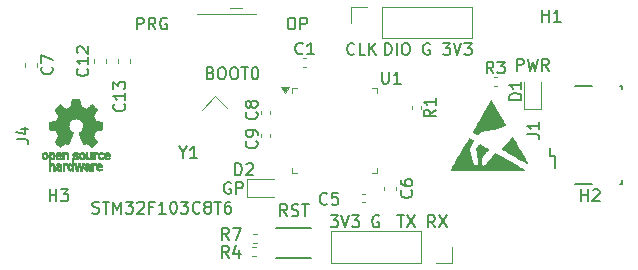
<source format=gbr>
%TF.GenerationSoftware,KiCad,Pcbnew,9.0.0*%
%TF.CreationDate,2025-03-28T00:52:52+01:00*%
%TF.ProjectId,DMX-Adapter-small-V3,444d582d-4164-4617-9074-65722d736d61,rev?*%
%TF.SameCoordinates,Original*%
%TF.FileFunction,Legend,Top*%
%TF.FilePolarity,Positive*%
%FSLAX46Y46*%
G04 Gerber Fmt 4.6, Leading zero omitted, Abs format (unit mm)*
G04 Created by KiCad (PCBNEW 9.0.0) date 2025-03-28 00:52:52*
%MOMM*%
%LPD*%
G01*
G04 APERTURE LIST*
%ADD10C,0.150000*%
%ADD11C,0.120000*%
%ADD12C,0.010000*%
%ADD13C,0.200000*%
%ADD14C,0.100000*%
G04 APERTURE END LIST*
D10*
X181908207Y-29624580D02*
X181860588Y-29672200D01*
X181860588Y-29672200D02*
X181717731Y-29719819D01*
X181717731Y-29719819D02*
X181622493Y-29719819D01*
X181622493Y-29719819D02*
X181479636Y-29672200D01*
X181479636Y-29672200D02*
X181384398Y-29576961D01*
X181384398Y-29576961D02*
X181336779Y-29481723D01*
X181336779Y-29481723D02*
X181289160Y-29291247D01*
X181289160Y-29291247D02*
X181289160Y-29148390D01*
X181289160Y-29148390D02*
X181336779Y-28957914D01*
X181336779Y-28957914D02*
X181384398Y-28862676D01*
X181384398Y-28862676D02*
X181479636Y-28767438D01*
X181479636Y-28767438D02*
X181622493Y-28719819D01*
X181622493Y-28719819D02*
X181717731Y-28719819D01*
X181717731Y-28719819D02*
X181860588Y-28767438D01*
X181860588Y-28767438D02*
X181908207Y-28815057D01*
X182812969Y-29719819D02*
X182336779Y-29719819D01*
X182336779Y-29719819D02*
X182336779Y-28719819D01*
X183146303Y-29719819D02*
X183146303Y-28719819D01*
X183717731Y-29719819D02*
X183289160Y-29148390D01*
X183717731Y-28719819D02*
X183146303Y-29291247D01*
X188260588Y-28767438D02*
X188165350Y-28719819D01*
X188165350Y-28719819D02*
X188022493Y-28719819D01*
X188022493Y-28719819D02*
X187879636Y-28767438D01*
X187879636Y-28767438D02*
X187784398Y-28862676D01*
X187784398Y-28862676D02*
X187736779Y-28957914D01*
X187736779Y-28957914D02*
X187689160Y-29148390D01*
X187689160Y-29148390D02*
X187689160Y-29291247D01*
X187689160Y-29291247D02*
X187736779Y-29481723D01*
X187736779Y-29481723D02*
X187784398Y-29576961D01*
X187784398Y-29576961D02*
X187879636Y-29672200D01*
X187879636Y-29672200D02*
X188022493Y-29719819D01*
X188022493Y-29719819D02*
X188117731Y-29719819D01*
X188117731Y-29719819D02*
X188260588Y-29672200D01*
X188260588Y-29672200D02*
X188308207Y-29624580D01*
X188308207Y-29624580D02*
X188308207Y-29291247D01*
X188308207Y-29291247D02*
X188117731Y-29291247D01*
X169720112Y-31246009D02*
X169862969Y-31293628D01*
X169862969Y-31293628D02*
X169910588Y-31341247D01*
X169910588Y-31341247D02*
X169958207Y-31436485D01*
X169958207Y-31436485D02*
X169958207Y-31579342D01*
X169958207Y-31579342D02*
X169910588Y-31674580D01*
X169910588Y-31674580D02*
X169862969Y-31722200D01*
X169862969Y-31722200D02*
X169767731Y-31769819D01*
X169767731Y-31769819D02*
X169386779Y-31769819D01*
X169386779Y-31769819D02*
X169386779Y-30769819D01*
X169386779Y-30769819D02*
X169720112Y-30769819D01*
X169720112Y-30769819D02*
X169815350Y-30817438D01*
X169815350Y-30817438D02*
X169862969Y-30865057D01*
X169862969Y-30865057D02*
X169910588Y-30960295D01*
X169910588Y-30960295D02*
X169910588Y-31055533D01*
X169910588Y-31055533D02*
X169862969Y-31150771D01*
X169862969Y-31150771D02*
X169815350Y-31198390D01*
X169815350Y-31198390D02*
X169720112Y-31246009D01*
X169720112Y-31246009D02*
X169386779Y-31246009D01*
X170577255Y-30769819D02*
X170767731Y-30769819D01*
X170767731Y-30769819D02*
X170862969Y-30817438D01*
X170862969Y-30817438D02*
X170958207Y-30912676D01*
X170958207Y-30912676D02*
X171005826Y-31103152D01*
X171005826Y-31103152D02*
X171005826Y-31436485D01*
X171005826Y-31436485D02*
X170958207Y-31626961D01*
X170958207Y-31626961D02*
X170862969Y-31722200D01*
X170862969Y-31722200D02*
X170767731Y-31769819D01*
X170767731Y-31769819D02*
X170577255Y-31769819D01*
X170577255Y-31769819D02*
X170482017Y-31722200D01*
X170482017Y-31722200D02*
X170386779Y-31626961D01*
X170386779Y-31626961D02*
X170339160Y-31436485D01*
X170339160Y-31436485D02*
X170339160Y-31103152D01*
X170339160Y-31103152D02*
X170386779Y-30912676D01*
X170386779Y-30912676D02*
X170482017Y-30817438D01*
X170482017Y-30817438D02*
X170577255Y-30769819D01*
X171624874Y-30769819D02*
X171815350Y-30769819D01*
X171815350Y-30769819D02*
X171910588Y-30817438D01*
X171910588Y-30817438D02*
X172005826Y-30912676D01*
X172005826Y-30912676D02*
X172053445Y-31103152D01*
X172053445Y-31103152D02*
X172053445Y-31436485D01*
X172053445Y-31436485D02*
X172005826Y-31626961D01*
X172005826Y-31626961D02*
X171910588Y-31722200D01*
X171910588Y-31722200D02*
X171815350Y-31769819D01*
X171815350Y-31769819D02*
X171624874Y-31769819D01*
X171624874Y-31769819D02*
X171529636Y-31722200D01*
X171529636Y-31722200D02*
X171434398Y-31626961D01*
X171434398Y-31626961D02*
X171386779Y-31436485D01*
X171386779Y-31436485D02*
X171386779Y-31103152D01*
X171386779Y-31103152D02*
X171434398Y-30912676D01*
X171434398Y-30912676D02*
X171529636Y-30817438D01*
X171529636Y-30817438D02*
X171624874Y-30769819D01*
X172339160Y-30769819D02*
X172910588Y-30769819D01*
X172624874Y-31769819D02*
X172624874Y-30769819D01*
X173434398Y-30769819D02*
X173529636Y-30769819D01*
X173529636Y-30769819D02*
X173624874Y-30817438D01*
X173624874Y-30817438D02*
X173672493Y-30865057D01*
X173672493Y-30865057D02*
X173720112Y-30960295D01*
X173720112Y-30960295D02*
X173767731Y-31150771D01*
X173767731Y-31150771D02*
X173767731Y-31388866D01*
X173767731Y-31388866D02*
X173720112Y-31579342D01*
X173720112Y-31579342D02*
X173672493Y-31674580D01*
X173672493Y-31674580D02*
X173624874Y-31722200D01*
X173624874Y-31722200D02*
X173529636Y-31769819D01*
X173529636Y-31769819D02*
X173434398Y-31769819D01*
X173434398Y-31769819D02*
X173339160Y-31722200D01*
X173339160Y-31722200D02*
X173291541Y-31674580D01*
X173291541Y-31674580D02*
X173243922Y-31579342D01*
X173243922Y-31579342D02*
X173196303Y-31388866D01*
X173196303Y-31388866D02*
X173196303Y-31150771D01*
X173196303Y-31150771D02*
X173243922Y-30960295D01*
X173243922Y-30960295D02*
X173291541Y-30865057D01*
X173291541Y-30865057D02*
X173339160Y-30817438D01*
X173339160Y-30817438D02*
X173434398Y-30769819D01*
X176208207Y-43369819D02*
X175874874Y-42893628D01*
X175636779Y-43369819D02*
X175636779Y-42369819D01*
X175636779Y-42369819D02*
X176017731Y-42369819D01*
X176017731Y-42369819D02*
X176112969Y-42417438D01*
X176112969Y-42417438D02*
X176160588Y-42465057D01*
X176160588Y-42465057D02*
X176208207Y-42560295D01*
X176208207Y-42560295D02*
X176208207Y-42703152D01*
X176208207Y-42703152D02*
X176160588Y-42798390D01*
X176160588Y-42798390D02*
X176112969Y-42846009D01*
X176112969Y-42846009D02*
X176017731Y-42893628D01*
X176017731Y-42893628D02*
X175636779Y-42893628D01*
X176589160Y-43322200D02*
X176732017Y-43369819D01*
X176732017Y-43369819D02*
X176970112Y-43369819D01*
X176970112Y-43369819D02*
X177065350Y-43322200D01*
X177065350Y-43322200D02*
X177112969Y-43274580D01*
X177112969Y-43274580D02*
X177160588Y-43179342D01*
X177160588Y-43179342D02*
X177160588Y-43084104D01*
X177160588Y-43084104D02*
X177112969Y-42988866D01*
X177112969Y-42988866D02*
X177065350Y-42941247D01*
X177065350Y-42941247D02*
X176970112Y-42893628D01*
X176970112Y-42893628D02*
X176779636Y-42846009D01*
X176779636Y-42846009D02*
X176684398Y-42798390D01*
X176684398Y-42798390D02*
X176636779Y-42750771D01*
X176636779Y-42750771D02*
X176589160Y-42655533D01*
X176589160Y-42655533D02*
X176589160Y-42560295D01*
X176589160Y-42560295D02*
X176636779Y-42465057D01*
X176636779Y-42465057D02*
X176684398Y-42417438D01*
X176684398Y-42417438D02*
X176779636Y-42369819D01*
X176779636Y-42369819D02*
X177017731Y-42369819D01*
X177017731Y-42369819D02*
X177160588Y-42417438D01*
X177446303Y-42369819D02*
X178017731Y-42369819D01*
X177732017Y-43369819D02*
X177732017Y-42369819D01*
X184486779Y-29719819D02*
X184486779Y-28719819D01*
X184486779Y-28719819D02*
X184724874Y-28719819D01*
X184724874Y-28719819D02*
X184867731Y-28767438D01*
X184867731Y-28767438D02*
X184962969Y-28862676D01*
X184962969Y-28862676D02*
X185010588Y-28957914D01*
X185010588Y-28957914D02*
X185058207Y-29148390D01*
X185058207Y-29148390D02*
X185058207Y-29291247D01*
X185058207Y-29291247D02*
X185010588Y-29481723D01*
X185010588Y-29481723D02*
X184962969Y-29576961D01*
X184962969Y-29576961D02*
X184867731Y-29672200D01*
X184867731Y-29672200D02*
X184724874Y-29719819D01*
X184724874Y-29719819D02*
X184486779Y-29719819D01*
X185486779Y-29719819D02*
X185486779Y-28719819D01*
X186153445Y-28719819D02*
X186343921Y-28719819D01*
X186343921Y-28719819D02*
X186439159Y-28767438D01*
X186439159Y-28767438D02*
X186534397Y-28862676D01*
X186534397Y-28862676D02*
X186582016Y-29053152D01*
X186582016Y-29053152D02*
X186582016Y-29386485D01*
X186582016Y-29386485D02*
X186534397Y-29576961D01*
X186534397Y-29576961D02*
X186439159Y-29672200D01*
X186439159Y-29672200D02*
X186343921Y-29719819D01*
X186343921Y-29719819D02*
X186153445Y-29719819D01*
X186153445Y-29719819D02*
X186058207Y-29672200D01*
X186058207Y-29672200D02*
X185962969Y-29576961D01*
X185962969Y-29576961D02*
X185915350Y-29386485D01*
X185915350Y-29386485D02*
X185915350Y-29053152D01*
X185915350Y-29053152D02*
X185962969Y-28862676D01*
X185962969Y-28862676D02*
X186058207Y-28767438D01*
X186058207Y-28767438D02*
X186153445Y-28719819D01*
X189391541Y-28719819D02*
X190010588Y-28719819D01*
X190010588Y-28719819D02*
X189677255Y-29100771D01*
X189677255Y-29100771D02*
X189820112Y-29100771D01*
X189820112Y-29100771D02*
X189915350Y-29148390D01*
X189915350Y-29148390D02*
X189962969Y-29196009D01*
X189962969Y-29196009D02*
X190010588Y-29291247D01*
X190010588Y-29291247D02*
X190010588Y-29529342D01*
X190010588Y-29529342D02*
X189962969Y-29624580D01*
X189962969Y-29624580D02*
X189915350Y-29672200D01*
X189915350Y-29672200D02*
X189820112Y-29719819D01*
X189820112Y-29719819D02*
X189534398Y-29719819D01*
X189534398Y-29719819D02*
X189439160Y-29672200D01*
X189439160Y-29672200D02*
X189391541Y-29624580D01*
X190296303Y-28719819D02*
X190629636Y-29719819D01*
X190629636Y-29719819D02*
X190962969Y-28719819D01*
X191201065Y-28719819D02*
X191820112Y-28719819D01*
X191820112Y-28719819D02*
X191486779Y-29100771D01*
X191486779Y-29100771D02*
X191629636Y-29100771D01*
X191629636Y-29100771D02*
X191724874Y-29148390D01*
X191724874Y-29148390D02*
X191772493Y-29196009D01*
X191772493Y-29196009D02*
X191820112Y-29291247D01*
X191820112Y-29291247D02*
X191820112Y-29529342D01*
X191820112Y-29529342D02*
X191772493Y-29624580D01*
X191772493Y-29624580D02*
X191724874Y-29672200D01*
X191724874Y-29672200D02*
X191629636Y-29719819D01*
X191629636Y-29719819D02*
X191343922Y-29719819D01*
X191343922Y-29719819D02*
X191248684Y-29672200D01*
X191248684Y-29672200D02*
X191201065Y-29624580D01*
X176477255Y-26569819D02*
X176667731Y-26569819D01*
X176667731Y-26569819D02*
X176762969Y-26617438D01*
X176762969Y-26617438D02*
X176858207Y-26712676D01*
X176858207Y-26712676D02*
X176905826Y-26903152D01*
X176905826Y-26903152D02*
X176905826Y-27236485D01*
X176905826Y-27236485D02*
X176858207Y-27426961D01*
X176858207Y-27426961D02*
X176762969Y-27522200D01*
X176762969Y-27522200D02*
X176667731Y-27569819D01*
X176667731Y-27569819D02*
X176477255Y-27569819D01*
X176477255Y-27569819D02*
X176382017Y-27522200D01*
X176382017Y-27522200D02*
X176286779Y-27426961D01*
X176286779Y-27426961D02*
X176239160Y-27236485D01*
X176239160Y-27236485D02*
X176239160Y-26903152D01*
X176239160Y-26903152D02*
X176286779Y-26712676D01*
X176286779Y-26712676D02*
X176382017Y-26617438D01*
X176382017Y-26617438D02*
X176477255Y-26569819D01*
X177334398Y-27569819D02*
X177334398Y-26569819D01*
X177334398Y-26569819D02*
X177715350Y-26569819D01*
X177715350Y-26569819D02*
X177810588Y-26617438D01*
X177810588Y-26617438D02*
X177858207Y-26665057D01*
X177858207Y-26665057D02*
X177905826Y-26760295D01*
X177905826Y-26760295D02*
X177905826Y-26903152D01*
X177905826Y-26903152D02*
X177858207Y-26998390D01*
X177858207Y-26998390D02*
X177810588Y-27046009D01*
X177810588Y-27046009D02*
X177715350Y-27093628D01*
X177715350Y-27093628D02*
X177334398Y-27093628D01*
X185543922Y-43319819D02*
X186115350Y-43319819D01*
X185829636Y-44319819D02*
X185829636Y-43319819D01*
X186353446Y-43319819D02*
X187020112Y-44319819D01*
X187020112Y-43319819D02*
X186353446Y-44319819D01*
X188708207Y-44319819D02*
X188374874Y-43843628D01*
X188136779Y-44319819D02*
X188136779Y-43319819D01*
X188136779Y-43319819D02*
X188517731Y-43319819D01*
X188517731Y-43319819D02*
X188612969Y-43367438D01*
X188612969Y-43367438D02*
X188660588Y-43415057D01*
X188660588Y-43415057D02*
X188708207Y-43510295D01*
X188708207Y-43510295D02*
X188708207Y-43653152D01*
X188708207Y-43653152D02*
X188660588Y-43748390D01*
X188660588Y-43748390D02*
X188612969Y-43796009D01*
X188612969Y-43796009D02*
X188517731Y-43843628D01*
X188517731Y-43843628D02*
X188136779Y-43843628D01*
X189041541Y-43319819D02*
X189708207Y-44319819D01*
X189708207Y-43319819D02*
X189041541Y-44319819D01*
X183960588Y-43367438D02*
X183865350Y-43319819D01*
X183865350Y-43319819D02*
X183722493Y-43319819D01*
X183722493Y-43319819D02*
X183579636Y-43367438D01*
X183579636Y-43367438D02*
X183484398Y-43462676D01*
X183484398Y-43462676D02*
X183436779Y-43557914D01*
X183436779Y-43557914D02*
X183389160Y-43748390D01*
X183389160Y-43748390D02*
X183389160Y-43891247D01*
X183389160Y-43891247D02*
X183436779Y-44081723D01*
X183436779Y-44081723D02*
X183484398Y-44176961D01*
X183484398Y-44176961D02*
X183579636Y-44272200D01*
X183579636Y-44272200D02*
X183722493Y-44319819D01*
X183722493Y-44319819D02*
X183817731Y-44319819D01*
X183817731Y-44319819D02*
X183960588Y-44272200D01*
X183960588Y-44272200D02*
X184008207Y-44224580D01*
X184008207Y-44224580D02*
X184008207Y-43891247D01*
X184008207Y-43891247D02*
X183817731Y-43891247D01*
X179891541Y-43319819D02*
X180510588Y-43319819D01*
X180510588Y-43319819D02*
X180177255Y-43700771D01*
X180177255Y-43700771D02*
X180320112Y-43700771D01*
X180320112Y-43700771D02*
X180415350Y-43748390D01*
X180415350Y-43748390D02*
X180462969Y-43796009D01*
X180462969Y-43796009D02*
X180510588Y-43891247D01*
X180510588Y-43891247D02*
X180510588Y-44129342D01*
X180510588Y-44129342D02*
X180462969Y-44224580D01*
X180462969Y-44224580D02*
X180415350Y-44272200D01*
X180415350Y-44272200D02*
X180320112Y-44319819D01*
X180320112Y-44319819D02*
X180034398Y-44319819D01*
X180034398Y-44319819D02*
X179939160Y-44272200D01*
X179939160Y-44272200D02*
X179891541Y-44224580D01*
X180796303Y-43319819D02*
X181129636Y-44319819D01*
X181129636Y-44319819D02*
X181462969Y-43319819D01*
X181701065Y-43319819D02*
X182320112Y-43319819D01*
X182320112Y-43319819D02*
X181986779Y-43700771D01*
X181986779Y-43700771D02*
X182129636Y-43700771D01*
X182129636Y-43700771D02*
X182224874Y-43748390D01*
X182224874Y-43748390D02*
X182272493Y-43796009D01*
X182272493Y-43796009D02*
X182320112Y-43891247D01*
X182320112Y-43891247D02*
X182320112Y-44129342D01*
X182320112Y-44129342D02*
X182272493Y-44224580D01*
X182272493Y-44224580D02*
X182224874Y-44272200D01*
X182224874Y-44272200D02*
X182129636Y-44319819D01*
X182129636Y-44319819D02*
X181843922Y-44319819D01*
X181843922Y-44319819D02*
X181748684Y-44272200D01*
X181748684Y-44272200D02*
X181701065Y-44224580D01*
X163486779Y-27569819D02*
X163486779Y-26569819D01*
X163486779Y-26569819D02*
X163867731Y-26569819D01*
X163867731Y-26569819D02*
X163962969Y-26617438D01*
X163962969Y-26617438D02*
X164010588Y-26665057D01*
X164010588Y-26665057D02*
X164058207Y-26760295D01*
X164058207Y-26760295D02*
X164058207Y-26903152D01*
X164058207Y-26903152D02*
X164010588Y-26998390D01*
X164010588Y-26998390D02*
X163962969Y-27046009D01*
X163962969Y-27046009D02*
X163867731Y-27093628D01*
X163867731Y-27093628D02*
X163486779Y-27093628D01*
X165058207Y-27569819D02*
X164724874Y-27093628D01*
X164486779Y-27569819D02*
X164486779Y-26569819D01*
X164486779Y-26569819D02*
X164867731Y-26569819D01*
X164867731Y-26569819D02*
X164962969Y-26617438D01*
X164962969Y-26617438D02*
X165010588Y-26665057D01*
X165010588Y-26665057D02*
X165058207Y-26760295D01*
X165058207Y-26760295D02*
X165058207Y-26903152D01*
X165058207Y-26903152D02*
X165010588Y-26998390D01*
X165010588Y-26998390D02*
X164962969Y-27046009D01*
X164962969Y-27046009D02*
X164867731Y-27093628D01*
X164867731Y-27093628D02*
X164486779Y-27093628D01*
X166010588Y-26617438D02*
X165915350Y-26569819D01*
X165915350Y-26569819D02*
X165772493Y-26569819D01*
X165772493Y-26569819D02*
X165629636Y-26617438D01*
X165629636Y-26617438D02*
X165534398Y-26712676D01*
X165534398Y-26712676D02*
X165486779Y-26807914D01*
X165486779Y-26807914D02*
X165439160Y-26998390D01*
X165439160Y-26998390D02*
X165439160Y-27141247D01*
X165439160Y-27141247D02*
X165486779Y-27331723D01*
X165486779Y-27331723D02*
X165534398Y-27426961D01*
X165534398Y-27426961D02*
X165629636Y-27522200D01*
X165629636Y-27522200D02*
X165772493Y-27569819D01*
X165772493Y-27569819D02*
X165867731Y-27569819D01*
X165867731Y-27569819D02*
X166010588Y-27522200D01*
X166010588Y-27522200D02*
X166058207Y-27474580D01*
X166058207Y-27474580D02*
X166058207Y-27141247D01*
X166058207Y-27141247D02*
X165867731Y-27141247D01*
X171283333Y-45354819D02*
X170950000Y-44878628D01*
X170711905Y-45354819D02*
X170711905Y-44354819D01*
X170711905Y-44354819D02*
X171092857Y-44354819D01*
X171092857Y-44354819D02*
X171188095Y-44402438D01*
X171188095Y-44402438D02*
X171235714Y-44450057D01*
X171235714Y-44450057D02*
X171283333Y-44545295D01*
X171283333Y-44545295D02*
X171283333Y-44688152D01*
X171283333Y-44688152D02*
X171235714Y-44783390D01*
X171235714Y-44783390D02*
X171188095Y-44831009D01*
X171188095Y-44831009D02*
X171092857Y-44878628D01*
X171092857Y-44878628D02*
X170711905Y-44878628D01*
X171616667Y-44354819D02*
X172283333Y-44354819D01*
X172283333Y-44354819D02*
X171854762Y-45354819D01*
X171811905Y-39904819D02*
X171811905Y-38904819D01*
X171811905Y-38904819D02*
X172050000Y-38904819D01*
X172050000Y-38904819D02*
X172192857Y-38952438D01*
X172192857Y-38952438D02*
X172288095Y-39047676D01*
X172288095Y-39047676D02*
X172335714Y-39142914D01*
X172335714Y-39142914D02*
X172383333Y-39333390D01*
X172383333Y-39333390D02*
X172383333Y-39476247D01*
X172383333Y-39476247D02*
X172335714Y-39666723D01*
X172335714Y-39666723D02*
X172288095Y-39761961D01*
X172288095Y-39761961D02*
X172192857Y-39857200D01*
X172192857Y-39857200D02*
X172050000Y-39904819D01*
X172050000Y-39904819D02*
X171811905Y-39904819D01*
X172764286Y-39000057D02*
X172811905Y-38952438D01*
X172811905Y-38952438D02*
X172907143Y-38904819D01*
X172907143Y-38904819D02*
X173145238Y-38904819D01*
X173145238Y-38904819D02*
X173240476Y-38952438D01*
X173240476Y-38952438D02*
X173288095Y-39000057D01*
X173288095Y-39000057D02*
X173335714Y-39095295D01*
X173335714Y-39095295D02*
X173335714Y-39190533D01*
X173335714Y-39190533D02*
X173288095Y-39333390D01*
X173288095Y-39333390D02*
X172716667Y-39904819D01*
X172716667Y-39904819D02*
X173335714Y-39904819D01*
X171411904Y-40552438D02*
X171316666Y-40504819D01*
X171316666Y-40504819D02*
X171173809Y-40504819D01*
X171173809Y-40504819D02*
X171030952Y-40552438D01*
X171030952Y-40552438D02*
X170935714Y-40647676D01*
X170935714Y-40647676D02*
X170888095Y-40742914D01*
X170888095Y-40742914D02*
X170840476Y-40933390D01*
X170840476Y-40933390D02*
X170840476Y-41076247D01*
X170840476Y-41076247D02*
X170888095Y-41266723D01*
X170888095Y-41266723D02*
X170935714Y-41361961D01*
X170935714Y-41361961D02*
X171030952Y-41457200D01*
X171030952Y-41457200D02*
X171173809Y-41504819D01*
X171173809Y-41504819D02*
X171269047Y-41504819D01*
X171269047Y-41504819D02*
X171411904Y-41457200D01*
X171411904Y-41457200D02*
X171459523Y-41409580D01*
X171459523Y-41409580D02*
X171459523Y-41076247D01*
X171459523Y-41076247D02*
X171269047Y-41076247D01*
X171888095Y-41504819D02*
X171888095Y-40504819D01*
X171888095Y-40504819D02*
X172269047Y-40504819D01*
X172269047Y-40504819D02*
X172364285Y-40552438D01*
X172364285Y-40552438D02*
X172411904Y-40600057D01*
X172411904Y-40600057D02*
X172459523Y-40695295D01*
X172459523Y-40695295D02*
X172459523Y-40838152D01*
X172459523Y-40838152D02*
X172411904Y-40933390D01*
X172411904Y-40933390D02*
X172364285Y-40981009D01*
X172364285Y-40981009D02*
X172269047Y-41028628D01*
X172269047Y-41028628D02*
X171888095Y-41028628D01*
X179583333Y-42309580D02*
X179535714Y-42357200D01*
X179535714Y-42357200D02*
X179392857Y-42404819D01*
X179392857Y-42404819D02*
X179297619Y-42404819D01*
X179297619Y-42404819D02*
X179154762Y-42357200D01*
X179154762Y-42357200D02*
X179059524Y-42261961D01*
X179059524Y-42261961D02*
X179011905Y-42166723D01*
X179011905Y-42166723D02*
X178964286Y-41976247D01*
X178964286Y-41976247D02*
X178964286Y-41833390D01*
X178964286Y-41833390D02*
X179011905Y-41642914D01*
X179011905Y-41642914D02*
X179059524Y-41547676D01*
X179059524Y-41547676D02*
X179154762Y-41452438D01*
X179154762Y-41452438D02*
X179297619Y-41404819D01*
X179297619Y-41404819D02*
X179392857Y-41404819D01*
X179392857Y-41404819D02*
X179535714Y-41452438D01*
X179535714Y-41452438D02*
X179583333Y-41500057D01*
X180488095Y-41404819D02*
X180011905Y-41404819D01*
X180011905Y-41404819D02*
X179964286Y-41881009D01*
X179964286Y-41881009D02*
X180011905Y-41833390D01*
X180011905Y-41833390D02*
X180107143Y-41785771D01*
X180107143Y-41785771D02*
X180345238Y-41785771D01*
X180345238Y-41785771D02*
X180440476Y-41833390D01*
X180440476Y-41833390D02*
X180488095Y-41881009D01*
X180488095Y-41881009D02*
X180535714Y-41976247D01*
X180535714Y-41976247D02*
X180535714Y-42214342D01*
X180535714Y-42214342D02*
X180488095Y-42309580D01*
X180488095Y-42309580D02*
X180440476Y-42357200D01*
X180440476Y-42357200D02*
X180345238Y-42404819D01*
X180345238Y-42404819D02*
X180107143Y-42404819D01*
X180107143Y-42404819D02*
X180011905Y-42357200D01*
X180011905Y-42357200D02*
X179964286Y-42309580D01*
X156289580Y-30741666D02*
X156337200Y-30789285D01*
X156337200Y-30789285D02*
X156384819Y-30932142D01*
X156384819Y-30932142D02*
X156384819Y-31027380D01*
X156384819Y-31027380D02*
X156337200Y-31170237D01*
X156337200Y-31170237D02*
X156241961Y-31265475D01*
X156241961Y-31265475D02*
X156146723Y-31313094D01*
X156146723Y-31313094D02*
X155956247Y-31360713D01*
X155956247Y-31360713D02*
X155813390Y-31360713D01*
X155813390Y-31360713D02*
X155622914Y-31313094D01*
X155622914Y-31313094D02*
X155527676Y-31265475D01*
X155527676Y-31265475D02*
X155432438Y-31170237D01*
X155432438Y-31170237D02*
X155384819Y-31027380D01*
X155384819Y-31027380D02*
X155384819Y-30932142D01*
X155384819Y-30932142D02*
X155432438Y-30789285D01*
X155432438Y-30789285D02*
X155480057Y-30741666D01*
X155384819Y-30408332D02*
X155384819Y-29741666D01*
X155384819Y-29741666D02*
X156384819Y-30170237D01*
X159279580Y-30892857D02*
X159327200Y-30940476D01*
X159327200Y-30940476D02*
X159374819Y-31083333D01*
X159374819Y-31083333D02*
X159374819Y-31178571D01*
X159374819Y-31178571D02*
X159327200Y-31321428D01*
X159327200Y-31321428D02*
X159231961Y-31416666D01*
X159231961Y-31416666D02*
X159136723Y-31464285D01*
X159136723Y-31464285D02*
X158946247Y-31511904D01*
X158946247Y-31511904D02*
X158803390Y-31511904D01*
X158803390Y-31511904D02*
X158612914Y-31464285D01*
X158612914Y-31464285D02*
X158517676Y-31416666D01*
X158517676Y-31416666D02*
X158422438Y-31321428D01*
X158422438Y-31321428D02*
X158374819Y-31178571D01*
X158374819Y-31178571D02*
X158374819Y-31083333D01*
X158374819Y-31083333D02*
X158422438Y-30940476D01*
X158422438Y-30940476D02*
X158470057Y-30892857D01*
X159374819Y-29940476D02*
X159374819Y-30511904D01*
X159374819Y-30226190D02*
X158374819Y-30226190D01*
X158374819Y-30226190D02*
X158517676Y-30321428D01*
X158517676Y-30321428D02*
X158612914Y-30416666D01*
X158612914Y-30416666D02*
X158660533Y-30511904D01*
X158470057Y-29559523D02*
X158422438Y-29511904D01*
X158422438Y-29511904D02*
X158374819Y-29416666D01*
X158374819Y-29416666D02*
X158374819Y-29178571D01*
X158374819Y-29178571D02*
X158422438Y-29083333D01*
X158422438Y-29083333D02*
X158470057Y-29035714D01*
X158470057Y-29035714D02*
X158565295Y-28988095D01*
X158565295Y-28988095D02*
X158660533Y-28988095D01*
X158660533Y-28988095D02*
X158803390Y-29035714D01*
X158803390Y-29035714D02*
X159374819Y-29607142D01*
X159374819Y-29607142D02*
X159374819Y-28988095D01*
X186709580Y-41191666D02*
X186757200Y-41239285D01*
X186757200Y-41239285D02*
X186804819Y-41382142D01*
X186804819Y-41382142D02*
X186804819Y-41477380D01*
X186804819Y-41477380D02*
X186757200Y-41620237D01*
X186757200Y-41620237D02*
X186661961Y-41715475D01*
X186661961Y-41715475D02*
X186566723Y-41763094D01*
X186566723Y-41763094D02*
X186376247Y-41810713D01*
X186376247Y-41810713D02*
X186233390Y-41810713D01*
X186233390Y-41810713D02*
X186042914Y-41763094D01*
X186042914Y-41763094D02*
X185947676Y-41715475D01*
X185947676Y-41715475D02*
X185852438Y-41620237D01*
X185852438Y-41620237D02*
X185804819Y-41477380D01*
X185804819Y-41477380D02*
X185804819Y-41382142D01*
X185804819Y-41382142D02*
X185852438Y-41239285D01*
X185852438Y-41239285D02*
X185900057Y-41191666D01*
X185804819Y-40334523D02*
X185804819Y-40524999D01*
X185804819Y-40524999D02*
X185852438Y-40620237D01*
X185852438Y-40620237D02*
X185900057Y-40667856D01*
X185900057Y-40667856D02*
X186042914Y-40763094D01*
X186042914Y-40763094D02*
X186233390Y-40810713D01*
X186233390Y-40810713D02*
X186614342Y-40810713D01*
X186614342Y-40810713D02*
X186709580Y-40763094D01*
X186709580Y-40763094D02*
X186757200Y-40715475D01*
X186757200Y-40715475D02*
X186804819Y-40620237D01*
X186804819Y-40620237D02*
X186804819Y-40429761D01*
X186804819Y-40429761D02*
X186757200Y-40334523D01*
X186757200Y-40334523D02*
X186709580Y-40286904D01*
X186709580Y-40286904D02*
X186614342Y-40239285D01*
X186614342Y-40239285D02*
X186376247Y-40239285D01*
X186376247Y-40239285D02*
X186281009Y-40286904D01*
X186281009Y-40286904D02*
X186233390Y-40334523D01*
X186233390Y-40334523D02*
X186185771Y-40429761D01*
X186185771Y-40429761D02*
X186185771Y-40620237D01*
X186185771Y-40620237D02*
X186233390Y-40715475D01*
X186233390Y-40715475D02*
X186281009Y-40763094D01*
X186281009Y-40763094D02*
X186376247Y-40810713D01*
X197788095Y-26904819D02*
X197788095Y-25904819D01*
X197788095Y-26381009D02*
X198359523Y-26381009D01*
X198359523Y-26904819D02*
X198359523Y-25904819D01*
X199359523Y-26904819D02*
X198788095Y-26904819D01*
X199073809Y-26904819D02*
X199073809Y-25904819D01*
X199073809Y-25904819D02*
X198978571Y-26047676D01*
X198978571Y-26047676D02*
X198883333Y-26142914D01*
X198883333Y-26142914D02*
X198788095Y-26190533D01*
X171283333Y-46904819D02*
X170950000Y-46428628D01*
X170711905Y-46904819D02*
X170711905Y-45904819D01*
X170711905Y-45904819D02*
X171092857Y-45904819D01*
X171092857Y-45904819D02*
X171188095Y-45952438D01*
X171188095Y-45952438D02*
X171235714Y-46000057D01*
X171235714Y-46000057D02*
X171283333Y-46095295D01*
X171283333Y-46095295D02*
X171283333Y-46238152D01*
X171283333Y-46238152D02*
X171235714Y-46333390D01*
X171235714Y-46333390D02*
X171188095Y-46381009D01*
X171188095Y-46381009D02*
X171092857Y-46428628D01*
X171092857Y-46428628D02*
X170711905Y-46428628D01*
X172140476Y-46238152D02*
X172140476Y-46904819D01*
X171902381Y-45857200D02*
X171664286Y-46571485D01*
X171664286Y-46571485D02*
X172283333Y-46571485D01*
X201088095Y-42104819D02*
X201088095Y-41104819D01*
X201088095Y-41581009D02*
X201659523Y-41581009D01*
X201659523Y-42104819D02*
X201659523Y-41104819D01*
X202088095Y-41200057D02*
X202135714Y-41152438D01*
X202135714Y-41152438D02*
X202230952Y-41104819D01*
X202230952Y-41104819D02*
X202469047Y-41104819D01*
X202469047Y-41104819D02*
X202564285Y-41152438D01*
X202564285Y-41152438D02*
X202611904Y-41200057D01*
X202611904Y-41200057D02*
X202659523Y-41295295D01*
X202659523Y-41295295D02*
X202659523Y-41390533D01*
X202659523Y-41390533D02*
X202611904Y-41533390D01*
X202611904Y-41533390D02*
X202040476Y-42104819D01*
X202040476Y-42104819D02*
X202659523Y-42104819D01*
X184238095Y-31154819D02*
X184238095Y-31964342D01*
X184238095Y-31964342D02*
X184285714Y-32059580D01*
X184285714Y-32059580D02*
X184333333Y-32107200D01*
X184333333Y-32107200D02*
X184428571Y-32154819D01*
X184428571Y-32154819D02*
X184619047Y-32154819D01*
X184619047Y-32154819D02*
X184714285Y-32107200D01*
X184714285Y-32107200D02*
X184761904Y-32059580D01*
X184761904Y-32059580D02*
X184809523Y-31964342D01*
X184809523Y-31964342D02*
X184809523Y-31154819D01*
X185809523Y-32154819D02*
X185238095Y-32154819D01*
X185523809Y-32154819D02*
X185523809Y-31154819D01*
X185523809Y-31154819D02*
X185428571Y-31297676D01*
X185428571Y-31297676D02*
X185333333Y-31392914D01*
X185333333Y-31392914D02*
X185238095Y-31440533D01*
X159719047Y-43107200D02*
X159861904Y-43154819D01*
X159861904Y-43154819D02*
X160099999Y-43154819D01*
X160099999Y-43154819D02*
X160195237Y-43107200D01*
X160195237Y-43107200D02*
X160242856Y-43059580D01*
X160242856Y-43059580D02*
X160290475Y-42964342D01*
X160290475Y-42964342D02*
X160290475Y-42869104D01*
X160290475Y-42869104D02*
X160242856Y-42773866D01*
X160242856Y-42773866D02*
X160195237Y-42726247D01*
X160195237Y-42726247D02*
X160099999Y-42678628D01*
X160099999Y-42678628D02*
X159909523Y-42631009D01*
X159909523Y-42631009D02*
X159814285Y-42583390D01*
X159814285Y-42583390D02*
X159766666Y-42535771D01*
X159766666Y-42535771D02*
X159719047Y-42440533D01*
X159719047Y-42440533D02*
X159719047Y-42345295D01*
X159719047Y-42345295D02*
X159766666Y-42250057D01*
X159766666Y-42250057D02*
X159814285Y-42202438D01*
X159814285Y-42202438D02*
X159909523Y-42154819D01*
X159909523Y-42154819D02*
X160147618Y-42154819D01*
X160147618Y-42154819D02*
X160290475Y-42202438D01*
X160576190Y-42154819D02*
X161147618Y-42154819D01*
X160861904Y-43154819D02*
X160861904Y-42154819D01*
X161480952Y-43154819D02*
X161480952Y-42154819D01*
X161480952Y-42154819D02*
X161814285Y-42869104D01*
X161814285Y-42869104D02*
X162147618Y-42154819D01*
X162147618Y-42154819D02*
X162147618Y-43154819D01*
X162528571Y-42154819D02*
X163147618Y-42154819D01*
X163147618Y-42154819D02*
X162814285Y-42535771D01*
X162814285Y-42535771D02*
X162957142Y-42535771D01*
X162957142Y-42535771D02*
X163052380Y-42583390D01*
X163052380Y-42583390D02*
X163099999Y-42631009D01*
X163099999Y-42631009D02*
X163147618Y-42726247D01*
X163147618Y-42726247D02*
X163147618Y-42964342D01*
X163147618Y-42964342D02*
X163099999Y-43059580D01*
X163099999Y-43059580D02*
X163052380Y-43107200D01*
X163052380Y-43107200D02*
X162957142Y-43154819D01*
X162957142Y-43154819D02*
X162671428Y-43154819D01*
X162671428Y-43154819D02*
X162576190Y-43107200D01*
X162576190Y-43107200D02*
X162528571Y-43059580D01*
X163528571Y-42250057D02*
X163576190Y-42202438D01*
X163576190Y-42202438D02*
X163671428Y-42154819D01*
X163671428Y-42154819D02*
X163909523Y-42154819D01*
X163909523Y-42154819D02*
X164004761Y-42202438D01*
X164004761Y-42202438D02*
X164052380Y-42250057D01*
X164052380Y-42250057D02*
X164099999Y-42345295D01*
X164099999Y-42345295D02*
X164099999Y-42440533D01*
X164099999Y-42440533D02*
X164052380Y-42583390D01*
X164052380Y-42583390D02*
X163480952Y-43154819D01*
X163480952Y-43154819D02*
X164099999Y-43154819D01*
X164861904Y-42631009D02*
X164528571Y-42631009D01*
X164528571Y-43154819D02*
X164528571Y-42154819D01*
X164528571Y-42154819D02*
X165004761Y-42154819D01*
X165909523Y-43154819D02*
X165338095Y-43154819D01*
X165623809Y-43154819D02*
X165623809Y-42154819D01*
X165623809Y-42154819D02*
X165528571Y-42297676D01*
X165528571Y-42297676D02*
X165433333Y-42392914D01*
X165433333Y-42392914D02*
X165338095Y-42440533D01*
X166528571Y-42154819D02*
X166623809Y-42154819D01*
X166623809Y-42154819D02*
X166719047Y-42202438D01*
X166719047Y-42202438D02*
X166766666Y-42250057D01*
X166766666Y-42250057D02*
X166814285Y-42345295D01*
X166814285Y-42345295D02*
X166861904Y-42535771D01*
X166861904Y-42535771D02*
X166861904Y-42773866D01*
X166861904Y-42773866D02*
X166814285Y-42964342D01*
X166814285Y-42964342D02*
X166766666Y-43059580D01*
X166766666Y-43059580D02*
X166719047Y-43107200D01*
X166719047Y-43107200D02*
X166623809Y-43154819D01*
X166623809Y-43154819D02*
X166528571Y-43154819D01*
X166528571Y-43154819D02*
X166433333Y-43107200D01*
X166433333Y-43107200D02*
X166385714Y-43059580D01*
X166385714Y-43059580D02*
X166338095Y-42964342D01*
X166338095Y-42964342D02*
X166290476Y-42773866D01*
X166290476Y-42773866D02*
X166290476Y-42535771D01*
X166290476Y-42535771D02*
X166338095Y-42345295D01*
X166338095Y-42345295D02*
X166385714Y-42250057D01*
X166385714Y-42250057D02*
X166433333Y-42202438D01*
X166433333Y-42202438D02*
X166528571Y-42154819D01*
X167195238Y-42154819D02*
X167814285Y-42154819D01*
X167814285Y-42154819D02*
X167480952Y-42535771D01*
X167480952Y-42535771D02*
X167623809Y-42535771D01*
X167623809Y-42535771D02*
X167719047Y-42583390D01*
X167719047Y-42583390D02*
X167766666Y-42631009D01*
X167766666Y-42631009D02*
X167814285Y-42726247D01*
X167814285Y-42726247D02*
X167814285Y-42964342D01*
X167814285Y-42964342D02*
X167766666Y-43059580D01*
X167766666Y-43059580D02*
X167719047Y-43107200D01*
X167719047Y-43107200D02*
X167623809Y-43154819D01*
X167623809Y-43154819D02*
X167338095Y-43154819D01*
X167338095Y-43154819D02*
X167242857Y-43107200D01*
X167242857Y-43107200D02*
X167195238Y-43059580D01*
X168814285Y-43059580D02*
X168766666Y-43107200D01*
X168766666Y-43107200D02*
X168623809Y-43154819D01*
X168623809Y-43154819D02*
X168528571Y-43154819D01*
X168528571Y-43154819D02*
X168385714Y-43107200D01*
X168385714Y-43107200D02*
X168290476Y-43011961D01*
X168290476Y-43011961D02*
X168242857Y-42916723D01*
X168242857Y-42916723D02*
X168195238Y-42726247D01*
X168195238Y-42726247D02*
X168195238Y-42583390D01*
X168195238Y-42583390D02*
X168242857Y-42392914D01*
X168242857Y-42392914D02*
X168290476Y-42297676D01*
X168290476Y-42297676D02*
X168385714Y-42202438D01*
X168385714Y-42202438D02*
X168528571Y-42154819D01*
X168528571Y-42154819D02*
X168623809Y-42154819D01*
X168623809Y-42154819D02*
X168766666Y-42202438D01*
X168766666Y-42202438D02*
X168814285Y-42250057D01*
X169385714Y-42583390D02*
X169290476Y-42535771D01*
X169290476Y-42535771D02*
X169242857Y-42488152D01*
X169242857Y-42488152D02*
X169195238Y-42392914D01*
X169195238Y-42392914D02*
X169195238Y-42345295D01*
X169195238Y-42345295D02*
X169242857Y-42250057D01*
X169242857Y-42250057D02*
X169290476Y-42202438D01*
X169290476Y-42202438D02*
X169385714Y-42154819D01*
X169385714Y-42154819D02*
X169576190Y-42154819D01*
X169576190Y-42154819D02*
X169671428Y-42202438D01*
X169671428Y-42202438D02*
X169719047Y-42250057D01*
X169719047Y-42250057D02*
X169766666Y-42345295D01*
X169766666Y-42345295D02*
X169766666Y-42392914D01*
X169766666Y-42392914D02*
X169719047Y-42488152D01*
X169719047Y-42488152D02*
X169671428Y-42535771D01*
X169671428Y-42535771D02*
X169576190Y-42583390D01*
X169576190Y-42583390D02*
X169385714Y-42583390D01*
X169385714Y-42583390D02*
X169290476Y-42631009D01*
X169290476Y-42631009D02*
X169242857Y-42678628D01*
X169242857Y-42678628D02*
X169195238Y-42773866D01*
X169195238Y-42773866D02*
X169195238Y-42964342D01*
X169195238Y-42964342D02*
X169242857Y-43059580D01*
X169242857Y-43059580D02*
X169290476Y-43107200D01*
X169290476Y-43107200D02*
X169385714Y-43154819D01*
X169385714Y-43154819D02*
X169576190Y-43154819D01*
X169576190Y-43154819D02*
X169671428Y-43107200D01*
X169671428Y-43107200D02*
X169719047Y-43059580D01*
X169719047Y-43059580D02*
X169766666Y-42964342D01*
X169766666Y-42964342D02*
X169766666Y-42773866D01*
X169766666Y-42773866D02*
X169719047Y-42678628D01*
X169719047Y-42678628D02*
X169671428Y-42631009D01*
X169671428Y-42631009D02*
X169576190Y-42583390D01*
X170052381Y-42154819D02*
X170623809Y-42154819D01*
X170338095Y-43154819D02*
X170338095Y-42154819D01*
X171385714Y-42154819D02*
X171195238Y-42154819D01*
X171195238Y-42154819D02*
X171100000Y-42202438D01*
X171100000Y-42202438D02*
X171052381Y-42250057D01*
X171052381Y-42250057D02*
X170957143Y-42392914D01*
X170957143Y-42392914D02*
X170909524Y-42583390D01*
X170909524Y-42583390D02*
X170909524Y-42964342D01*
X170909524Y-42964342D02*
X170957143Y-43059580D01*
X170957143Y-43059580D02*
X171004762Y-43107200D01*
X171004762Y-43107200D02*
X171100000Y-43154819D01*
X171100000Y-43154819D02*
X171290476Y-43154819D01*
X171290476Y-43154819D02*
X171385714Y-43107200D01*
X171385714Y-43107200D02*
X171433333Y-43059580D01*
X171433333Y-43059580D02*
X171480952Y-42964342D01*
X171480952Y-42964342D02*
X171480952Y-42726247D01*
X171480952Y-42726247D02*
X171433333Y-42631009D01*
X171433333Y-42631009D02*
X171385714Y-42583390D01*
X171385714Y-42583390D02*
X171290476Y-42535771D01*
X171290476Y-42535771D02*
X171100000Y-42535771D01*
X171100000Y-42535771D02*
X171004762Y-42583390D01*
X171004762Y-42583390D02*
X170957143Y-42631009D01*
X170957143Y-42631009D02*
X170909524Y-42726247D01*
X177523333Y-29579580D02*
X177475714Y-29627200D01*
X177475714Y-29627200D02*
X177332857Y-29674819D01*
X177332857Y-29674819D02*
X177237619Y-29674819D01*
X177237619Y-29674819D02*
X177094762Y-29627200D01*
X177094762Y-29627200D02*
X176999524Y-29531961D01*
X176999524Y-29531961D02*
X176951905Y-29436723D01*
X176951905Y-29436723D02*
X176904286Y-29246247D01*
X176904286Y-29246247D02*
X176904286Y-29103390D01*
X176904286Y-29103390D02*
X176951905Y-28912914D01*
X176951905Y-28912914D02*
X176999524Y-28817676D01*
X176999524Y-28817676D02*
X177094762Y-28722438D01*
X177094762Y-28722438D02*
X177237619Y-28674819D01*
X177237619Y-28674819D02*
X177332857Y-28674819D01*
X177332857Y-28674819D02*
X177475714Y-28722438D01*
X177475714Y-28722438D02*
X177523333Y-28770057D01*
X178475714Y-29674819D02*
X177904286Y-29674819D01*
X178190000Y-29674819D02*
X178190000Y-28674819D01*
X178190000Y-28674819D02*
X178094762Y-28817676D01*
X178094762Y-28817676D02*
X177999524Y-28912914D01*
X177999524Y-28912914D02*
X177904286Y-28960533D01*
X196024819Y-33525594D02*
X195024819Y-33525594D01*
X195024819Y-33525594D02*
X195024819Y-33287499D01*
X195024819Y-33287499D02*
X195072438Y-33144642D01*
X195072438Y-33144642D02*
X195167676Y-33049404D01*
X195167676Y-33049404D02*
X195262914Y-33001785D01*
X195262914Y-33001785D02*
X195453390Y-32954166D01*
X195453390Y-32954166D02*
X195596247Y-32954166D01*
X195596247Y-32954166D02*
X195786723Y-33001785D01*
X195786723Y-33001785D02*
X195881961Y-33049404D01*
X195881961Y-33049404D02*
X195977200Y-33144642D01*
X195977200Y-33144642D02*
X196024819Y-33287499D01*
X196024819Y-33287499D02*
X196024819Y-33525594D01*
X196024819Y-32001785D02*
X196024819Y-32573213D01*
X196024819Y-32287499D02*
X195024819Y-32287499D01*
X195024819Y-32287499D02*
X195167676Y-32382737D01*
X195167676Y-32382737D02*
X195262914Y-32477975D01*
X195262914Y-32477975D02*
X195310533Y-32573213D01*
X195666667Y-31054819D02*
X195666667Y-30054819D01*
X195666667Y-30054819D02*
X196047619Y-30054819D01*
X196047619Y-30054819D02*
X196142857Y-30102438D01*
X196142857Y-30102438D02*
X196190476Y-30150057D01*
X196190476Y-30150057D02*
X196238095Y-30245295D01*
X196238095Y-30245295D02*
X196238095Y-30388152D01*
X196238095Y-30388152D02*
X196190476Y-30483390D01*
X196190476Y-30483390D02*
X196142857Y-30531009D01*
X196142857Y-30531009D02*
X196047619Y-30578628D01*
X196047619Y-30578628D02*
X195666667Y-30578628D01*
X196571429Y-30054819D02*
X196809524Y-31054819D01*
X196809524Y-31054819D02*
X197000000Y-30340533D01*
X197000000Y-30340533D02*
X197190476Y-31054819D01*
X197190476Y-31054819D02*
X197428572Y-30054819D01*
X198380952Y-31054819D02*
X198047619Y-30578628D01*
X197809524Y-31054819D02*
X197809524Y-30054819D01*
X197809524Y-30054819D02*
X198190476Y-30054819D01*
X198190476Y-30054819D02*
X198285714Y-30102438D01*
X198285714Y-30102438D02*
X198333333Y-30150057D01*
X198333333Y-30150057D02*
X198380952Y-30245295D01*
X198380952Y-30245295D02*
X198380952Y-30388152D01*
X198380952Y-30388152D02*
X198333333Y-30483390D01*
X198333333Y-30483390D02*
X198285714Y-30531009D01*
X198285714Y-30531009D02*
X198190476Y-30578628D01*
X198190476Y-30578628D02*
X197809524Y-30578628D01*
X193673333Y-31284819D02*
X193340000Y-30808628D01*
X193101905Y-31284819D02*
X193101905Y-30284819D01*
X193101905Y-30284819D02*
X193482857Y-30284819D01*
X193482857Y-30284819D02*
X193578095Y-30332438D01*
X193578095Y-30332438D02*
X193625714Y-30380057D01*
X193625714Y-30380057D02*
X193673333Y-30475295D01*
X193673333Y-30475295D02*
X193673333Y-30618152D01*
X193673333Y-30618152D02*
X193625714Y-30713390D01*
X193625714Y-30713390D02*
X193578095Y-30761009D01*
X193578095Y-30761009D02*
X193482857Y-30808628D01*
X193482857Y-30808628D02*
X193101905Y-30808628D01*
X194006667Y-30284819D02*
X194625714Y-30284819D01*
X194625714Y-30284819D02*
X194292381Y-30665771D01*
X194292381Y-30665771D02*
X194435238Y-30665771D01*
X194435238Y-30665771D02*
X194530476Y-30713390D01*
X194530476Y-30713390D02*
X194578095Y-30761009D01*
X194578095Y-30761009D02*
X194625714Y-30856247D01*
X194625714Y-30856247D02*
X194625714Y-31094342D01*
X194625714Y-31094342D02*
X194578095Y-31189580D01*
X194578095Y-31189580D02*
X194530476Y-31237200D01*
X194530476Y-31237200D02*
X194435238Y-31284819D01*
X194435238Y-31284819D02*
X194149524Y-31284819D01*
X194149524Y-31284819D02*
X194054286Y-31237200D01*
X194054286Y-31237200D02*
X194006667Y-31189580D01*
X173609580Y-34566666D02*
X173657200Y-34614285D01*
X173657200Y-34614285D02*
X173704819Y-34757142D01*
X173704819Y-34757142D02*
X173704819Y-34852380D01*
X173704819Y-34852380D02*
X173657200Y-34995237D01*
X173657200Y-34995237D02*
X173561961Y-35090475D01*
X173561961Y-35090475D02*
X173466723Y-35138094D01*
X173466723Y-35138094D02*
X173276247Y-35185713D01*
X173276247Y-35185713D02*
X173133390Y-35185713D01*
X173133390Y-35185713D02*
X172942914Y-35138094D01*
X172942914Y-35138094D02*
X172847676Y-35090475D01*
X172847676Y-35090475D02*
X172752438Y-34995237D01*
X172752438Y-34995237D02*
X172704819Y-34852380D01*
X172704819Y-34852380D02*
X172704819Y-34757142D01*
X172704819Y-34757142D02*
X172752438Y-34614285D01*
X172752438Y-34614285D02*
X172800057Y-34566666D01*
X173133390Y-33995237D02*
X173085771Y-34090475D01*
X173085771Y-34090475D02*
X173038152Y-34138094D01*
X173038152Y-34138094D02*
X172942914Y-34185713D01*
X172942914Y-34185713D02*
X172895295Y-34185713D01*
X172895295Y-34185713D02*
X172800057Y-34138094D01*
X172800057Y-34138094D02*
X172752438Y-34090475D01*
X172752438Y-34090475D02*
X172704819Y-33995237D01*
X172704819Y-33995237D02*
X172704819Y-33804761D01*
X172704819Y-33804761D02*
X172752438Y-33709523D01*
X172752438Y-33709523D02*
X172800057Y-33661904D01*
X172800057Y-33661904D02*
X172895295Y-33614285D01*
X172895295Y-33614285D02*
X172942914Y-33614285D01*
X172942914Y-33614285D02*
X173038152Y-33661904D01*
X173038152Y-33661904D02*
X173085771Y-33709523D01*
X173085771Y-33709523D02*
X173133390Y-33804761D01*
X173133390Y-33804761D02*
X173133390Y-33995237D01*
X173133390Y-33995237D02*
X173181009Y-34090475D01*
X173181009Y-34090475D02*
X173228628Y-34138094D01*
X173228628Y-34138094D02*
X173323866Y-34185713D01*
X173323866Y-34185713D02*
X173514342Y-34185713D01*
X173514342Y-34185713D02*
X173609580Y-34138094D01*
X173609580Y-34138094D02*
X173657200Y-34090475D01*
X173657200Y-34090475D02*
X173704819Y-33995237D01*
X173704819Y-33995237D02*
X173704819Y-33804761D01*
X173704819Y-33804761D02*
X173657200Y-33709523D01*
X173657200Y-33709523D02*
X173609580Y-33661904D01*
X173609580Y-33661904D02*
X173514342Y-33614285D01*
X173514342Y-33614285D02*
X173323866Y-33614285D01*
X173323866Y-33614285D02*
X173228628Y-33661904D01*
X173228628Y-33661904D02*
X173181009Y-33709523D01*
X173181009Y-33709523D02*
X173133390Y-33804761D01*
X188774819Y-34356666D02*
X188298628Y-34689999D01*
X188774819Y-34928094D02*
X187774819Y-34928094D01*
X187774819Y-34928094D02*
X187774819Y-34547142D01*
X187774819Y-34547142D02*
X187822438Y-34451904D01*
X187822438Y-34451904D02*
X187870057Y-34404285D01*
X187870057Y-34404285D02*
X187965295Y-34356666D01*
X187965295Y-34356666D02*
X188108152Y-34356666D01*
X188108152Y-34356666D02*
X188203390Y-34404285D01*
X188203390Y-34404285D02*
X188251009Y-34451904D01*
X188251009Y-34451904D02*
X188298628Y-34547142D01*
X188298628Y-34547142D02*
X188298628Y-34928094D01*
X188774819Y-33404285D02*
X188774819Y-33975713D01*
X188774819Y-33689999D02*
X187774819Y-33689999D01*
X187774819Y-33689999D02*
X187917676Y-33785237D01*
X187917676Y-33785237D02*
X188012914Y-33880475D01*
X188012914Y-33880475D02*
X188060533Y-33975713D01*
X173609580Y-37016666D02*
X173657200Y-37064285D01*
X173657200Y-37064285D02*
X173704819Y-37207142D01*
X173704819Y-37207142D02*
X173704819Y-37302380D01*
X173704819Y-37302380D02*
X173657200Y-37445237D01*
X173657200Y-37445237D02*
X173561961Y-37540475D01*
X173561961Y-37540475D02*
X173466723Y-37588094D01*
X173466723Y-37588094D02*
X173276247Y-37635713D01*
X173276247Y-37635713D02*
X173133390Y-37635713D01*
X173133390Y-37635713D02*
X172942914Y-37588094D01*
X172942914Y-37588094D02*
X172847676Y-37540475D01*
X172847676Y-37540475D02*
X172752438Y-37445237D01*
X172752438Y-37445237D02*
X172704819Y-37302380D01*
X172704819Y-37302380D02*
X172704819Y-37207142D01*
X172704819Y-37207142D02*
X172752438Y-37064285D01*
X172752438Y-37064285D02*
X172800057Y-37016666D01*
X173704819Y-36540475D02*
X173704819Y-36349999D01*
X173704819Y-36349999D02*
X173657200Y-36254761D01*
X173657200Y-36254761D02*
X173609580Y-36207142D01*
X173609580Y-36207142D02*
X173466723Y-36111904D01*
X173466723Y-36111904D02*
X173276247Y-36064285D01*
X173276247Y-36064285D02*
X172895295Y-36064285D01*
X172895295Y-36064285D02*
X172800057Y-36111904D01*
X172800057Y-36111904D02*
X172752438Y-36159523D01*
X172752438Y-36159523D02*
X172704819Y-36254761D01*
X172704819Y-36254761D02*
X172704819Y-36445237D01*
X172704819Y-36445237D02*
X172752438Y-36540475D01*
X172752438Y-36540475D02*
X172800057Y-36588094D01*
X172800057Y-36588094D02*
X172895295Y-36635713D01*
X172895295Y-36635713D02*
X173133390Y-36635713D01*
X173133390Y-36635713D02*
X173228628Y-36588094D01*
X173228628Y-36588094D02*
X173276247Y-36540475D01*
X173276247Y-36540475D02*
X173323866Y-36445237D01*
X173323866Y-36445237D02*
X173323866Y-36254761D01*
X173323866Y-36254761D02*
X173276247Y-36159523D01*
X173276247Y-36159523D02*
X173228628Y-36111904D01*
X173228628Y-36111904D02*
X173133390Y-36064285D01*
X153304819Y-36883333D02*
X154019104Y-36883333D01*
X154019104Y-36883333D02*
X154161961Y-36930952D01*
X154161961Y-36930952D02*
X154257200Y-37026190D01*
X154257200Y-37026190D02*
X154304819Y-37169047D01*
X154304819Y-37169047D02*
X154304819Y-37264285D01*
X153638152Y-35978571D02*
X154304819Y-35978571D01*
X153257200Y-36216666D02*
X153971485Y-36454761D01*
X153971485Y-36454761D02*
X153971485Y-35835714D01*
X167373809Y-37978628D02*
X167373809Y-38454819D01*
X167040476Y-37454819D02*
X167373809Y-37978628D01*
X167373809Y-37978628D02*
X167707142Y-37454819D01*
X168564285Y-38454819D02*
X167992857Y-38454819D01*
X168278571Y-38454819D02*
X168278571Y-37454819D01*
X168278571Y-37454819D02*
X168183333Y-37597676D01*
X168183333Y-37597676D02*
X168088095Y-37692914D01*
X168088095Y-37692914D02*
X167992857Y-37740533D01*
X156088095Y-42104819D02*
X156088095Y-41104819D01*
X156088095Y-41581009D02*
X156659523Y-41581009D01*
X156659523Y-42104819D02*
X156659523Y-41104819D01*
X157040476Y-41104819D02*
X157659523Y-41104819D01*
X157659523Y-41104819D02*
X157326190Y-41485771D01*
X157326190Y-41485771D02*
X157469047Y-41485771D01*
X157469047Y-41485771D02*
X157564285Y-41533390D01*
X157564285Y-41533390D02*
X157611904Y-41581009D01*
X157611904Y-41581009D02*
X157659523Y-41676247D01*
X157659523Y-41676247D02*
X157659523Y-41914342D01*
X157659523Y-41914342D02*
X157611904Y-42009580D01*
X157611904Y-42009580D02*
X157564285Y-42057200D01*
X157564285Y-42057200D02*
X157469047Y-42104819D01*
X157469047Y-42104819D02*
X157183333Y-42104819D01*
X157183333Y-42104819D02*
X157088095Y-42057200D01*
X157088095Y-42057200D02*
X157040476Y-42009580D01*
X196554819Y-36433333D02*
X197269104Y-36433333D01*
X197269104Y-36433333D02*
X197411961Y-36480952D01*
X197411961Y-36480952D02*
X197507200Y-36576190D01*
X197507200Y-36576190D02*
X197554819Y-36719047D01*
X197554819Y-36719047D02*
X197554819Y-36814285D01*
X197554819Y-35433333D02*
X197554819Y-36004761D01*
X197554819Y-35719047D02*
X196554819Y-35719047D01*
X196554819Y-35719047D02*
X196697676Y-35814285D01*
X196697676Y-35814285D02*
X196792914Y-35909523D01*
X196792914Y-35909523D02*
X196840533Y-36004761D01*
X162409580Y-33892857D02*
X162457200Y-33940476D01*
X162457200Y-33940476D02*
X162504819Y-34083333D01*
X162504819Y-34083333D02*
X162504819Y-34178571D01*
X162504819Y-34178571D02*
X162457200Y-34321428D01*
X162457200Y-34321428D02*
X162361961Y-34416666D01*
X162361961Y-34416666D02*
X162266723Y-34464285D01*
X162266723Y-34464285D02*
X162076247Y-34511904D01*
X162076247Y-34511904D02*
X161933390Y-34511904D01*
X161933390Y-34511904D02*
X161742914Y-34464285D01*
X161742914Y-34464285D02*
X161647676Y-34416666D01*
X161647676Y-34416666D02*
X161552438Y-34321428D01*
X161552438Y-34321428D02*
X161504819Y-34178571D01*
X161504819Y-34178571D02*
X161504819Y-34083333D01*
X161504819Y-34083333D02*
X161552438Y-33940476D01*
X161552438Y-33940476D02*
X161600057Y-33892857D01*
X162504819Y-32940476D02*
X162504819Y-33511904D01*
X162504819Y-33226190D02*
X161504819Y-33226190D01*
X161504819Y-33226190D02*
X161647676Y-33321428D01*
X161647676Y-33321428D02*
X161742914Y-33416666D01*
X161742914Y-33416666D02*
X161790533Y-33511904D01*
X161504819Y-32607142D02*
X161504819Y-31988095D01*
X161504819Y-31988095D02*
X161885771Y-32321428D01*
X161885771Y-32321428D02*
X161885771Y-32178571D01*
X161885771Y-32178571D02*
X161933390Y-32083333D01*
X161933390Y-32083333D02*
X161981009Y-32035714D01*
X161981009Y-32035714D02*
X162076247Y-31988095D01*
X162076247Y-31988095D02*
X162314342Y-31988095D01*
X162314342Y-31988095D02*
X162409580Y-32035714D01*
X162409580Y-32035714D02*
X162457200Y-32083333D01*
X162457200Y-32083333D02*
X162504819Y-32178571D01*
X162504819Y-32178571D02*
X162504819Y-32464285D01*
X162504819Y-32464285D02*
X162457200Y-32559523D01*
X162457200Y-32559523D02*
X162409580Y-32607142D01*
D11*
%TO.C,R7*%
X173663641Y-45630000D02*
X173356359Y-45630000D01*
X173663641Y-44870000D02*
X173356359Y-44870000D01*
%TO.C,D2*%
X172827500Y-40265000D02*
X172827500Y-41735000D01*
X172827500Y-41735000D02*
X175112500Y-41735000D01*
X175112500Y-40265000D02*
X172827500Y-40265000D01*
D12*
%TO.C,REF\u002A\u002A*%
X195287528Y-36734619D02*
X195298908Y-36753693D01*
X195324488Y-36797421D01*
X195363002Y-36863619D01*
X195413186Y-36950102D01*
X195473775Y-37054685D01*
X195543503Y-37175183D01*
X195621107Y-37309412D01*
X195705320Y-37455187D01*
X195794879Y-37610323D01*
X195886998Y-37770000D01*
X195981076Y-37933117D01*
X196071402Y-38089709D01*
X196156665Y-38237506D01*
X196235557Y-38374240D01*
X196306769Y-38497642D01*
X196368991Y-38605444D01*
X196420913Y-38695377D01*
X196461228Y-38765173D01*
X196488624Y-38812564D01*
X196501507Y-38834786D01*
X196522507Y-38872330D01*
X196533925Y-38895831D01*
X196534551Y-38899920D01*
X196520636Y-38892242D01*
X196481941Y-38870203D01*
X196420487Y-38834971D01*
X196338298Y-38787711D01*
X196237396Y-38729589D01*
X196119805Y-38661771D01*
X195987546Y-38585424D01*
X195842642Y-38501714D01*
X195687117Y-38411806D01*
X195522992Y-38316867D01*
X195460549Y-38280732D01*
X195293487Y-38184083D01*
X195134074Y-38091938D01*
X194984355Y-38005475D01*
X194846376Y-37925871D01*
X194722185Y-37854305D01*
X194613827Y-37791955D01*
X194523348Y-37739998D01*
X194452796Y-37699613D01*
X194404215Y-37671978D01*
X194379654Y-37658272D01*
X194377085Y-37656974D01*
X194384569Y-37645220D01*
X194410614Y-37613795D01*
X194452559Y-37565594D01*
X194507746Y-37503510D01*
X194573517Y-37430439D01*
X194647212Y-37349276D01*
X194726173Y-37262916D01*
X194807740Y-37174253D01*
X194889254Y-37086182D01*
X194968057Y-37001599D01*
X195041490Y-36923397D01*
X195106893Y-36854472D01*
X195161608Y-36797719D01*
X195202977Y-36756032D01*
X195217164Y-36742363D01*
X195264180Y-36698201D01*
X195287528Y-36734619D01*
G36*
X195287528Y-36734619D02*
G01*
X195298908Y-36753693D01*
X195324488Y-36797421D01*
X195363002Y-36863619D01*
X195413186Y-36950102D01*
X195473775Y-37054685D01*
X195543503Y-37175183D01*
X195621107Y-37309412D01*
X195705320Y-37455187D01*
X195794879Y-37610323D01*
X195886998Y-37770000D01*
X195981076Y-37933117D01*
X196071402Y-38089709D01*
X196156665Y-38237506D01*
X196235557Y-38374240D01*
X196306769Y-38497642D01*
X196368991Y-38605444D01*
X196420913Y-38695377D01*
X196461228Y-38765173D01*
X196488624Y-38812564D01*
X196501507Y-38834786D01*
X196522507Y-38872330D01*
X196533925Y-38895831D01*
X196534551Y-38899920D01*
X196520636Y-38892242D01*
X196481941Y-38870203D01*
X196420487Y-38834971D01*
X196338298Y-38787711D01*
X196237396Y-38729589D01*
X196119805Y-38661771D01*
X195987546Y-38585424D01*
X195842642Y-38501714D01*
X195687117Y-38411806D01*
X195522992Y-38316867D01*
X195460549Y-38280732D01*
X195293487Y-38184083D01*
X195134074Y-38091938D01*
X194984355Y-38005475D01*
X194846376Y-37925871D01*
X194722185Y-37854305D01*
X194613827Y-37791955D01*
X194523348Y-37739998D01*
X194452796Y-37699613D01*
X194404215Y-37671978D01*
X194379654Y-37658272D01*
X194377085Y-37656974D01*
X194384569Y-37645220D01*
X194410614Y-37613795D01*
X194452559Y-37565594D01*
X194507746Y-37503510D01*
X194573517Y-37430439D01*
X194647212Y-37349276D01*
X194726173Y-37262916D01*
X194807740Y-37174253D01*
X194889254Y-37086182D01*
X194968057Y-37001599D01*
X195041490Y-36923397D01*
X195106893Y-36854472D01*
X195161608Y-36797719D01*
X195202977Y-36756032D01*
X195217164Y-36742363D01*
X195264180Y-36698201D01*
X195287528Y-36734619D01*
G37*
X193464043Y-33585835D02*
X193487065Y-33623245D01*
X193522534Y-33682514D01*
X193568996Y-33761118D01*
X193624996Y-33856538D01*
X193689081Y-33966250D01*
X193759796Y-34087734D01*
X193835687Y-34218468D01*
X193915299Y-34355930D01*
X193997178Y-34497598D01*
X194079870Y-34640951D01*
X194161921Y-34783467D01*
X194241876Y-34922624D01*
X194318281Y-35055901D01*
X194389682Y-35180776D01*
X194454624Y-35294727D01*
X194511653Y-35395233D01*
X194559315Y-35479772D01*
X194596155Y-35545822D01*
X194620720Y-35590862D01*
X194631554Y-35612370D01*
X194631951Y-35613714D01*
X194618501Y-35631965D01*
X194581114Y-35659882D01*
X194524235Y-35694725D01*
X194452312Y-35733754D01*
X194377015Y-35770843D01*
X194274560Y-35815817D01*
X194166817Y-35856226D01*
X194050073Y-35892969D01*
X193920618Y-35926942D01*
X193774740Y-35959044D01*
X193608726Y-35990173D01*
X193418866Y-36021227D01*
X193222469Y-36050145D01*
X193051834Y-36075800D01*
X192908545Y-36101198D01*
X192789008Y-36127602D01*
X192689630Y-36156273D01*
X192606818Y-36188473D01*
X192536978Y-36225465D01*
X192476518Y-36268512D01*
X192421845Y-36318875D01*
X192404214Y-36337583D01*
X192366000Y-36381139D01*
X192337732Y-36416682D01*
X192324618Y-36437583D01*
X192324268Y-36439297D01*
X192319680Y-36449806D01*
X192303758Y-36449924D01*
X192273266Y-36438254D01*
X192224968Y-36413396D01*
X192155627Y-36373952D01*
X192107439Y-36345587D01*
X192035583Y-36301247D01*
X191979742Y-36263279D01*
X191943667Y-36234416D01*
X191931113Y-36217388D01*
X191931121Y-36217264D01*
X191938906Y-36201037D01*
X191960892Y-36160400D01*
X191995803Y-36097567D01*
X192042363Y-36014752D01*
X192099295Y-35914172D01*
X192165323Y-35798040D01*
X192239172Y-35668571D01*
X192319564Y-35527980D01*
X192405224Y-35378482D01*
X192494876Y-35222292D01*
X192587243Y-35061624D01*
X192681049Y-34898693D01*
X192775018Y-34735713D01*
X192867874Y-34574900D01*
X192958340Y-34418468D01*
X193045141Y-34268633D01*
X193127000Y-34127608D01*
X193202641Y-33997609D01*
X193270787Y-33880849D01*
X193330163Y-33779545D01*
X193379493Y-33695911D01*
X193417500Y-33632162D01*
X193442907Y-33590511D01*
X193454440Y-33573175D01*
X193454923Y-33572805D01*
X193464043Y-33585835D01*
G36*
X193464043Y-33585835D02*
G01*
X193487065Y-33623245D01*
X193522534Y-33682514D01*
X193568996Y-33761118D01*
X193624996Y-33856538D01*
X193689081Y-33966250D01*
X193759796Y-34087734D01*
X193835687Y-34218468D01*
X193915299Y-34355930D01*
X193997178Y-34497598D01*
X194079870Y-34640951D01*
X194161921Y-34783467D01*
X194241876Y-34922624D01*
X194318281Y-35055901D01*
X194389682Y-35180776D01*
X194454624Y-35294727D01*
X194511653Y-35395233D01*
X194559315Y-35479772D01*
X194596155Y-35545822D01*
X194620720Y-35590862D01*
X194631554Y-35612370D01*
X194631951Y-35613714D01*
X194618501Y-35631965D01*
X194581114Y-35659882D01*
X194524235Y-35694725D01*
X194452312Y-35733754D01*
X194377015Y-35770843D01*
X194274560Y-35815817D01*
X194166817Y-35856226D01*
X194050073Y-35892969D01*
X193920618Y-35926942D01*
X193774740Y-35959044D01*
X193608726Y-35990173D01*
X193418866Y-36021227D01*
X193222469Y-36050145D01*
X193051834Y-36075800D01*
X192908545Y-36101198D01*
X192789008Y-36127602D01*
X192689630Y-36156273D01*
X192606818Y-36188473D01*
X192536978Y-36225465D01*
X192476518Y-36268512D01*
X192421845Y-36318875D01*
X192404214Y-36337583D01*
X192366000Y-36381139D01*
X192337732Y-36416682D01*
X192324618Y-36437583D01*
X192324268Y-36439297D01*
X192319680Y-36449806D01*
X192303758Y-36449924D01*
X192273266Y-36438254D01*
X192224968Y-36413396D01*
X192155627Y-36373952D01*
X192107439Y-36345587D01*
X192035583Y-36301247D01*
X191979742Y-36263279D01*
X191943667Y-36234416D01*
X191931113Y-36217388D01*
X191931121Y-36217264D01*
X191938906Y-36201037D01*
X191960892Y-36160400D01*
X191995803Y-36097567D01*
X192042363Y-36014752D01*
X192099295Y-35914172D01*
X192165323Y-35798040D01*
X192239172Y-35668571D01*
X192319564Y-35527980D01*
X192405224Y-35378482D01*
X192494876Y-35222292D01*
X192587243Y-35061624D01*
X192681049Y-34898693D01*
X192775018Y-34735713D01*
X192867874Y-34574900D01*
X192958340Y-34418468D01*
X193045141Y-34268633D01*
X193127000Y-34127608D01*
X193202641Y-33997609D01*
X193270787Y-33880849D01*
X193330163Y-33779545D01*
X193379493Y-33695911D01*
X193417500Y-33632162D01*
X193442907Y-33590511D01*
X193454440Y-33573175D01*
X193454923Y-33572805D01*
X193464043Y-33585835D01*
G37*
X191622094Y-36791158D02*
X191654619Y-36803736D01*
X191704193Y-36828712D01*
X191775374Y-36867876D01*
X191780916Y-36870988D01*
X191846474Y-36908476D01*
X191901798Y-36941319D01*
X191941455Y-36966205D01*
X191960012Y-36979820D01*
X191960531Y-36980487D01*
X191956048Y-36999390D01*
X191935486Y-37041605D01*
X191900183Y-37104832D01*
X191851480Y-37186772D01*
X191790718Y-37285122D01*
X191719236Y-37397585D01*
X191701445Y-37425165D01*
X191655093Y-37501699D01*
X191621342Y-37567556D01*
X191603153Y-37616782D01*
X191601286Y-37626507D01*
X191602115Y-37669312D01*
X191611394Y-37737209D01*
X191627968Y-37825843D01*
X191650680Y-37930859D01*
X191678373Y-38047902D01*
X191709890Y-38172616D01*
X191744075Y-38300645D01*
X191779771Y-38427634D01*
X191815821Y-38549228D01*
X191851068Y-38661072D01*
X191884356Y-38758810D01*
X191914528Y-38838087D01*
X191935561Y-38885122D01*
X191960337Y-38935225D01*
X191983730Y-38983168D01*
X191984997Y-38985793D01*
X192023699Y-39034220D01*
X192080184Y-39066828D01*
X192145939Y-39082454D01*
X192212451Y-39079937D01*
X192271205Y-39058114D01*
X192304258Y-39029382D01*
X192351859Y-38950583D01*
X192386739Y-38852378D01*
X192405877Y-38744779D01*
X192408588Y-38683780D01*
X192397670Y-38569935D01*
X192365624Y-38475660D01*
X192310726Y-38396379D01*
X192293607Y-38378733D01*
X192242661Y-38329235D01*
X192239163Y-37979362D01*
X192235664Y-37629489D01*
X192324818Y-37494531D01*
X192366654Y-37433445D01*
X192406945Y-37378493D01*
X192439943Y-37337336D01*
X192454126Y-37322192D01*
X192494281Y-37284810D01*
X192548665Y-37314098D01*
X192583039Y-37335084D01*
X192601846Y-37351378D01*
X192603049Y-37354307D01*
X192615903Y-37366728D01*
X192637896Y-37375977D01*
X192659150Y-37384313D01*
X192691694Y-37400149D01*
X192738322Y-37425033D01*
X192801829Y-37460509D01*
X192885008Y-37508123D01*
X192990653Y-37569422D01*
X193048062Y-37602932D01*
X193115594Y-37643071D01*
X193159885Y-37671659D01*
X193184855Y-37692039D01*
X193194423Y-37707553D01*
X193192508Y-37721546D01*
X193190911Y-37724796D01*
X193175376Y-37745266D01*
X193142136Y-37783665D01*
X193095062Y-37835696D01*
X193038028Y-37897066D01*
X192988700Y-37949090D01*
X192875030Y-38072567D01*
X192786105Y-38179591D01*
X192721134Y-38271240D01*
X192679321Y-38348588D01*
X192665217Y-38387866D01*
X192659392Y-38422249D01*
X192653375Y-38480899D01*
X192647696Y-38557117D01*
X192642884Y-38644202D01*
X192640619Y-38699268D01*
X192637459Y-38794464D01*
X192636069Y-38864062D01*
X192636858Y-38913409D01*
X192640235Y-38947854D01*
X192646608Y-38972743D01*
X192656387Y-38993425D01*
X192664067Y-39006053D01*
X192708421Y-39054726D01*
X192765574Y-39088645D01*
X192825708Y-39103438D01*
X192870773Y-39098086D01*
X192911576Y-39074930D01*
X192962724Y-39033462D01*
X193017042Y-38980912D01*
X193067357Y-38924516D01*
X193106494Y-38871505D01*
X193120905Y-38845889D01*
X193142491Y-38810814D01*
X193181753Y-38757389D01*
X193235102Y-38689789D01*
X193298952Y-38612190D01*
X193369715Y-38528768D01*
X193443804Y-38443698D01*
X193517632Y-38361155D01*
X193587611Y-38285316D01*
X193650155Y-38220356D01*
X193699260Y-38172669D01*
X193753779Y-38125032D01*
X193799642Y-38089908D01*
X193831811Y-38070949D01*
X193842489Y-38068864D01*
X193858853Y-38077274D01*
X193899671Y-38099846D01*
X193962586Y-38135224D01*
X194045244Y-38182054D01*
X194145289Y-38238981D01*
X194260366Y-38304649D01*
X194388119Y-38377703D01*
X194526194Y-38456788D01*
X194672234Y-38540548D01*
X194823884Y-38627629D01*
X194978790Y-38716676D01*
X195134595Y-38806332D01*
X195288944Y-38895243D01*
X195439482Y-38982054D01*
X195583854Y-39065409D01*
X195719704Y-39143954D01*
X195844677Y-39216333D01*
X195956417Y-39281190D01*
X196052570Y-39337171D01*
X196130779Y-39382920D01*
X196188689Y-39417083D01*
X196223946Y-39438304D01*
X196234165Y-39444963D01*
X196220402Y-39446280D01*
X196177104Y-39447559D01*
X196105714Y-39448796D01*
X196007673Y-39449983D01*
X195884422Y-39451115D01*
X195737403Y-39452186D01*
X195568057Y-39453189D01*
X195377826Y-39454119D01*
X195168151Y-39454968D01*
X194940473Y-39455732D01*
X194696235Y-39456403D01*
X194436877Y-39456976D01*
X194163841Y-39457444D01*
X193878568Y-39457802D01*
X193582500Y-39458042D01*
X193277079Y-39458159D01*
X193148924Y-39458171D01*
X190048970Y-39458171D01*
X190270053Y-39074847D01*
X190316856Y-38993680D01*
X190377102Y-38889166D01*
X190448778Y-38764801D01*
X190529869Y-38624082D01*
X190618362Y-38470503D01*
X190712240Y-38307562D01*
X190809491Y-38138754D01*
X190908100Y-37967575D01*
X191006053Y-37797521D01*
X191030825Y-37754512D01*
X191121152Y-37597857D01*
X191207289Y-37448803D01*
X191287942Y-37309568D01*
X191361816Y-37182371D01*
X191427617Y-37069432D01*
X191484050Y-36972968D01*
X191529821Y-36895200D01*
X191563635Y-36838346D01*
X191584198Y-36804625D01*
X191589953Y-36796040D01*
X191602058Y-36789189D01*
X191622094Y-36791158D01*
G36*
X191622094Y-36791158D02*
G01*
X191654619Y-36803736D01*
X191704193Y-36828712D01*
X191775374Y-36867876D01*
X191780916Y-36870988D01*
X191846474Y-36908476D01*
X191901798Y-36941319D01*
X191941455Y-36966205D01*
X191960012Y-36979820D01*
X191960531Y-36980487D01*
X191956048Y-36999390D01*
X191935486Y-37041605D01*
X191900183Y-37104832D01*
X191851480Y-37186772D01*
X191790718Y-37285122D01*
X191719236Y-37397585D01*
X191701445Y-37425165D01*
X191655093Y-37501699D01*
X191621342Y-37567556D01*
X191603153Y-37616782D01*
X191601286Y-37626507D01*
X191602115Y-37669312D01*
X191611394Y-37737209D01*
X191627968Y-37825843D01*
X191650680Y-37930859D01*
X191678373Y-38047902D01*
X191709890Y-38172616D01*
X191744075Y-38300645D01*
X191779771Y-38427634D01*
X191815821Y-38549228D01*
X191851068Y-38661072D01*
X191884356Y-38758810D01*
X191914528Y-38838087D01*
X191935561Y-38885122D01*
X191960337Y-38935225D01*
X191983730Y-38983168D01*
X191984997Y-38985793D01*
X192023699Y-39034220D01*
X192080184Y-39066828D01*
X192145939Y-39082454D01*
X192212451Y-39079937D01*
X192271205Y-39058114D01*
X192304258Y-39029382D01*
X192351859Y-38950583D01*
X192386739Y-38852378D01*
X192405877Y-38744779D01*
X192408588Y-38683780D01*
X192397670Y-38569935D01*
X192365624Y-38475660D01*
X192310726Y-38396379D01*
X192293607Y-38378733D01*
X192242661Y-38329235D01*
X192239163Y-37979362D01*
X192235664Y-37629489D01*
X192324818Y-37494531D01*
X192366654Y-37433445D01*
X192406945Y-37378493D01*
X192439943Y-37337336D01*
X192454126Y-37322192D01*
X192494281Y-37284810D01*
X192548665Y-37314098D01*
X192583039Y-37335084D01*
X192601846Y-37351378D01*
X192603049Y-37354307D01*
X192615903Y-37366728D01*
X192637896Y-37375977D01*
X192659150Y-37384313D01*
X192691694Y-37400149D01*
X192738322Y-37425033D01*
X192801829Y-37460509D01*
X192885008Y-37508123D01*
X192990653Y-37569422D01*
X193048062Y-37602932D01*
X193115594Y-37643071D01*
X193159885Y-37671659D01*
X193184855Y-37692039D01*
X193194423Y-37707553D01*
X193192508Y-37721546D01*
X193190911Y-37724796D01*
X193175376Y-37745266D01*
X193142136Y-37783665D01*
X193095062Y-37835696D01*
X193038028Y-37897066D01*
X192988700Y-37949090D01*
X192875030Y-38072567D01*
X192786105Y-38179591D01*
X192721134Y-38271240D01*
X192679321Y-38348588D01*
X192665217Y-38387866D01*
X192659392Y-38422249D01*
X192653375Y-38480899D01*
X192647696Y-38557117D01*
X192642884Y-38644202D01*
X192640619Y-38699268D01*
X192637459Y-38794464D01*
X192636069Y-38864062D01*
X192636858Y-38913409D01*
X192640235Y-38947854D01*
X192646608Y-38972743D01*
X192656387Y-38993425D01*
X192664067Y-39006053D01*
X192708421Y-39054726D01*
X192765574Y-39088645D01*
X192825708Y-39103438D01*
X192870773Y-39098086D01*
X192911576Y-39074930D01*
X192962724Y-39033462D01*
X193017042Y-38980912D01*
X193067357Y-38924516D01*
X193106494Y-38871505D01*
X193120905Y-38845889D01*
X193142491Y-38810814D01*
X193181753Y-38757389D01*
X193235102Y-38689789D01*
X193298952Y-38612190D01*
X193369715Y-38528768D01*
X193443804Y-38443698D01*
X193517632Y-38361155D01*
X193587611Y-38285316D01*
X193650155Y-38220356D01*
X193699260Y-38172669D01*
X193753779Y-38125032D01*
X193799642Y-38089908D01*
X193831811Y-38070949D01*
X193842489Y-38068864D01*
X193858853Y-38077274D01*
X193899671Y-38099846D01*
X193962586Y-38135224D01*
X194045244Y-38182054D01*
X194145289Y-38238981D01*
X194260366Y-38304649D01*
X194388119Y-38377703D01*
X194526194Y-38456788D01*
X194672234Y-38540548D01*
X194823884Y-38627629D01*
X194978790Y-38716676D01*
X195134595Y-38806332D01*
X195288944Y-38895243D01*
X195439482Y-38982054D01*
X195583854Y-39065409D01*
X195719704Y-39143954D01*
X195844677Y-39216333D01*
X195956417Y-39281190D01*
X196052570Y-39337171D01*
X196130779Y-39382920D01*
X196188689Y-39417083D01*
X196223946Y-39438304D01*
X196234165Y-39444963D01*
X196220402Y-39446280D01*
X196177104Y-39447559D01*
X196105714Y-39448796D01*
X196007673Y-39449983D01*
X195884422Y-39451115D01*
X195737403Y-39452186D01*
X195568057Y-39453189D01*
X195377826Y-39454119D01*
X195168151Y-39454968D01*
X194940473Y-39455732D01*
X194696235Y-39456403D01*
X194436877Y-39456976D01*
X194163841Y-39457444D01*
X193878568Y-39457802D01*
X193582500Y-39458042D01*
X193277079Y-39458159D01*
X193148924Y-39458171D01*
X190048970Y-39458171D01*
X190270053Y-39074847D01*
X190316856Y-38993680D01*
X190377102Y-38889166D01*
X190448778Y-38764801D01*
X190529869Y-38624082D01*
X190618362Y-38470503D01*
X190712240Y-38307562D01*
X190809491Y-38138754D01*
X190908100Y-37967575D01*
X191006053Y-37797521D01*
X191030825Y-37754512D01*
X191121152Y-37597857D01*
X191207289Y-37448803D01*
X191287942Y-37309568D01*
X191361816Y-37182371D01*
X191427617Y-37069432D01*
X191484050Y-36972968D01*
X191529821Y-36895200D01*
X191563635Y-36838346D01*
X191584198Y-36804625D01*
X191589953Y-36796040D01*
X191602058Y-36789189D01*
X191622094Y-36791158D01*
G37*
D11*
%TO.C,J3*%
X181620000Y-25670000D02*
X182950000Y-25670000D01*
X181620000Y-27000000D02*
X181620000Y-25670000D01*
X184220000Y-25670000D02*
X191900000Y-25670000D01*
X184220000Y-28330000D02*
X184220000Y-25670000D01*
X184220000Y-28330000D02*
X191900000Y-28330000D01*
X191900000Y-28330000D02*
X191900000Y-25670000D01*
D13*
%TO.C,SW1*%
X175250000Y-44400000D02*
X178250000Y-44400000D01*
X175250000Y-46900000D02*
X178250000Y-46900000D01*
D11*
%TO.C,C5*%
X182797836Y-41470000D02*
X182582164Y-41470000D01*
X182797836Y-42190000D02*
X182582164Y-42190000D01*
%TO.C,C7*%
X153990000Y-30434420D02*
X153990000Y-30715580D01*
X155010000Y-30434420D02*
X155010000Y-30715580D01*
%TO.C,C12*%
X159840000Y-30390580D02*
X159840000Y-30109420D01*
X160860000Y-30390580D02*
X160860000Y-30109420D01*
D14*
%TO.C,SW2*%
X168600000Y-26250000D02*
X168600000Y-26250000D01*
X168600000Y-26250000D02*
X173600000Y-26250000D01*
X171350000Y-25750000D02*
X172350000Y-25750000D01*
X173600000Y-26250000D02*
X168600000Y-26250000D01*
X173600000Y-26250000D02*
X173600000Y-26250000D01*
D11*
%TO.C,C6*%
X184390000Y-41165581D02*
X184390000Y-40884419D01*
X185410000Y-41165581D02*
X185410000Y-40884419D01*
%TO.C,R4*%
X173236359Y-46020000D02*
X173543641Y-46020000D01*
X173236359Y-46780000D02*
X173543641Y-46780000D01*
%TO.C,U1*%
X176590000Y-32490000D02*
X176590000Y-32940000D01*
X176590000Y-39710000D02*
X176590000Y-39260000D01*
X177040000Y-32490000D02*
X176590000Y-32490000D01*
X177040000Y-39710000D02*
X176590000Y-39710000D01*
X183360000Y-32490000D02*
X183810000Y-32490000D01*
X183360000Y-39710000D02*
X183810000Y-39710000D01*
X183810000Y-32490000D02*
X183810000Y-32940000D01*
X183810000Y-39710000D02*
X183810000Y-39260000D01*
X176000000Y-32940000D02*
X175660000Y-32470000D01*
X176340000Y-32470000D01*
X176000000Y-32940000D01*
G36*
X176000000Y-32940000D02*
G01*
X175660000Y-32470000D01*
X176340000Y-32470000D01*
X176000000Y-32940000D01*
G37*
%TO.C,C1*%
X177582164Y-30020000D02*
X177797836Y-30020000D01*
X177582164Y-30740000D02*
X177797836Y-30740000D01*
%TO.C,D1*%
X196265000Y-31987500D02*
X196265000Y-34272500D01*
X196265000Y-34272500D02*
X197735000Y-34272500D01*
X197735000Y-34272500D02*
X197735000Y-31987500D01*
%TO.C,R3*%
X193686359Y-31620000D02*
X193993641Y-31620000D01*
X193686359Y-32380000D02*
X193993641Y-32380000D01*
%TO.C,C8*%
X174010000Y-34717836D02*
X174010000Y-34502164D01*
X174730000Y-34717836D02*
X174730000Y-34502164D01*
D12*
%TO.C,REF\u002A\u002A*%
X160099460Y-37958030D02*
X160142711Y-37971245D01*
X160170558Y-37987941D01*
X160179629Y-38001145D01*
X160177132Y-38016797D01*
X160160931Y-38041385D01*
X160147232Y-38058800D01*
X160118992Y-38090283D01*
X160097775Y-38103529D01*
X160079688Y-38102664D01*
X160026035Y-38089010D01*
X159986630Y-38089630D01*
X159954632Y-38105104D01*
X159943890Y-38114161D01*
X159909505Y-38146027D01*
X159909505Y-38562179D01*
X159771188Y-38562179D01*
X159771188Y-37958614D01*
X159840347Y-37958614D01*
X159881869Y-37960256D01*
X159903291Y-37966087D01*
X159909502Y-37977461D01*
X159909505Y-37977798D01*
X159912439Y-37989713D01*
X159925704Y-37988159D01*
X159944084Y-37979563D01*
X159982046Y-37963568D01*
X160012872Y-37953945D01*
X160052536Y-37951478D01*
X160099460Y-37958030D01*
G36*
X160099460Y-37958030D02*
G01*
X160142711Y-37971245D01*
X160170558Y-37987941D01*
X160179629Y-38001145D01*
X160177132Y-38016797D01*
X160160931Y-38041385D01*
X160147232Y-38058800D01*
X160118992Y-38090283D01*
X160097775Y-38103529D01*
X160079688Y-38102664D01*
X160026035Y-38089010D01*
X159986630Y-38089630D01*
X159954632Y-38105104D01*
X159943890Y-38114161D01*
X159909505Y-38146027D01*
X159909505Y-38562179D01*
X159771188Y-38562179D01*
X159771188Y-37958614D01*
X159840347Y-37958614D01*
X159881869Y-37960256D01*
X159903291Y-37966087D01*
X159909502Y-37977461D01*
X159909505Y-37977798D01*
X159912439Y-37989713D01*
X159925704Y-37988159D01*
X159944084Y-37979563D01*
X159982046Y-37963568D01*
X160012872Y-37953945D01*
X160052536Y-37951478D01*
X160099460Y-37958030D01*
G37*
X159935255Y-38901486D02*
X159983595Y-38911015D01*
X160011114Y-38925125D01*
X160040064Y-38948568D01*
X159998876Y-39000571D01*
X159973482Y-39032064D01*
X159956238Y-39047428D01*
X159939102Y-39049776D01*
X159914027Y-39042217D01*
X159902257Y-39037941D01*
X159854270Y-39031631D01*
X159810324Y-39045156D01*
X159778060Y-39075710D01*
X159772819Y-39085452D01*
X159767112Y-39111258D01*
X159762706Y-39158817D01*
X159759811Y-39224758D01*
X159758631Y-39305710D01*
X159758614Y-39317226D01*
X159758614Y-39517822D01*
X159620297Y-39517822D01*
X159620297Y-38901683D01*
X159689456Y-38901683D01*
X159729333Y-38902725D01*
X159750107Y-38907358D01*
X159757789Y-38917849D01*
X159758614Y-38927745D01*
X159758614Y-38953806D01*
X159791745Y-38927745D01*
X159829735Y-38909965D01*
X159880770Y-38901174D01*
X159935255Y-38901486D01*
G36*
X159935255Y-38901486D02*
G01*
X159983595Y-38911015D01*
X160011114Y-38925125D01*
X160040064Y-38948568D01*
X159998876Y-39000571D01*
X159973482Y-39032064D01*
X159956238Y-39047428D01*
X159939102Y-39049776D01*
X159914027Y-39042217D01*
X159902257Y-39037941D01*
X159854270Y-39031631D01*
X159810324Y-39045156D01*
X159778060Y-39075710D01*
X159772819Y-39085452D01*
X159767112Y-39111258D01*
X159762706Y-39158817D01*
X159759811Y-39224758D01*
X159758631Y-39305710D01*
X159758614Y-39317226D01*
X159758614Y-39517822D01*
X159620297Y-39517822D01*
X159620297Y-38901683D01*
X159689456Y-38901683D01*
X159729333Y-38902725D01*
X159750107Y-38907358D01*
X159757789Y-38917849D01*
X159758614Y-38927745D01*
X159758614Y-38953806D01*
X159791745Y-38927745D01*
X159829735Y-38909965D01*
X159880770Y-38901174D01*
X159935255Y-38901486D01*
G37*
X157306644Y-38903020D02*
X157325461Y-38908660D01*
X157331527Y-38921053D01*
X157331782Y-38926647D01*
X157332871Y-38942230D01*
X157340368Y-38944676D01*
X157360619Y-38933993D01*
X157372649Y-38926694D01*
X157410600Y-38911063D01*
X157455928Y-38903334D01*
X157503456Y-38902740D01*
X157548005Y-38908513D01*
X157584398Y-38919884D01*
X157607457Y-38936088D01*
X157612004Y-38956355D01*
X157609709Y-38961843D01*
X157592980Y-38984626D01*
X157567037Y-39012647D01*
X157562345Y-39017177D01*
X157537617Y-39038005D01*
X157516282Y-39044735D01*
X157486445Y-39040038D01*
X157474492Y-39036917D01*
X157437295Y-39029421D01*
X157411141Y-39032792D01*
X157389054Y-39044681D01*
X157368822Y-39060635D01*
X157353921Y-39080700D01*
X157343566Y-39108702D01*
X157336971Y-39148467D01*
X157333351Y-39203823D01*
X157331922Y-39278594D01*
X157331782Y-39323740D01*
X157331782Y-39517822D01*
X157206040Y-39517822D01*
X157206040Y-38901683D01*
X157268911Y-38901683D01*
X157306644Y-38903020D01*
G36*
X157306644Y-38903020D02*
G01*
X157325461Y-38908660D01*
X157331527Y-38921053D01*
X157331782Y-38926647D01*
X157332871Y-38942230D01*
X157340368Y-38944676D01*
X157360619Y-38933993D01*
X157372649Y-38926694D01*
X157410600Y-38911063D01*
X157455928Y-38903334D01*
X157503456Y-38902740D01*
X157548005Y-38908513D01*
X157584398Y-38919884D01*
X157607457Y-38936088D01*
X157612004Y-38956355D01*
X157609709Y-38961843D01*
X157592980Y-38984626D01*
X157567037Y-39012647D01*
X157562345Y-39017177D01*
X157537617Y-39038005D01*
X157516282Y-39044735D01*
X157486445Y-39040038D01*
X157474492Y-39036917D01*
X157437295Y-39029421D01*
X157411141Y-39032792D01*
X157389054Y-39044681D01*
X157368822Y-39060635D01*
X157353921Y-39080700D01*
X157343566Y-39108702D01*
X157336971Y-39148467D01*
X157333351Y-39203823D01*
X157331922Y-39278594D01*
X157331782Y-39323740D01*
X157331782Y-39517822D01*
X157206040Y-39517822D01*
X157206040Y-38901683D01*
X157268911Y-38901683D01*
X157306644Y-38903020D01*
G37*
X159293367Y-38154342D02*
X159294555Y-38246563D01*
X159298897Y-38316610D01*
X159307558Y-38367381D01*
X159321704Y-38401772D01*
X159342500Y-38422679D01*
X159371110Y-38433000D01*
X159406535Y-38435636D01*
X159443636Y-38432682D01*
X159471818Y-38421889D01*
X159492243Y-38400360D01*
X159506079Y-38365199D01*
X159514491Y-38313510D01*
X159518643Y-38242394D01*
X159519703Y-38154342D01*
X159519703Y-37958614D01*
X159658020Y-37958614D01*
X159658020Y-38562179D01*
X159588862Y-38562179D01*
X159547170Y-38560489D01*
X159525701Y-38554556D01*
X159519703Y-38543293D01*
X159516091Y-38533261D01*
X159501714Y-38535383D01*
X159472736Y-38549580D01*
X159406319Y-38571480D01*
X159335875Y-38569928D01*
X159268377Y-38546147D01*
X159236233Y-38527362D01*
X159211715Y-38507022D01*
X159193804Y-38481573D01*
X159181479Y-38447458D01*
X159173723Y-38401121D01*
X159169516Y-38339007D01*
X159167840Y-38257561D01*
X159167624Y-38194578D01*
X159167624Y-37958614D01*
X159293367Y-37958614D01*
X159293367Y-38154342D01*
G36*
X159293367Y-38154342D02*
G01*
X159294555Y-38246563D01*
X159298897Y-38316610D01*
X159307558Y-38367381D01*
X159321704Y-38401772D01*
X159342500Y-38422679D01*
X159371110Y-38433000D01*
X159406535Y-38435636D01*
X159443636Y-38432682D01*
X159471818Y-38421889D01*
X159492243Y-38400360D01*
X159506079Y-38365199D01*
X159514491Y-38313510D01*
X159518643Y-38242394D01*
X159519703Y-38154342D01*
X159519703Y-37958614D01*
X159658020Y-37958614D01*
X159658020Y-38562179D01*
X159588862Y-38562179D01*
X159547170Y-38560489D01*
X159525701Y-38554556D01*
X159519703Y-38543293D01*
X159516091Y-38533261D01*
X159501714Y-38535383D01*
X159472736Y-38549580D01*
X159406319Y-38571480D01*
X159335875Y-38569928D01*
X159268377Y-38546147D01*
X159236233Y-38527362D01*
X159211715Y-38507022D01*
X159193804Y-38481573D01*
X159181479Y-38447458D01*
X159173723Y-38401121D01*
X159169516Y-38339007D01*
X159167840Y-38257561D01*
X159167624Y-38194578D01*
X159167624Y-37958614D01*
X159293367Y-37958614D01*
X159293367Y-38154342D01*
G37*
X157545988Y-37969002D02*
X157577283Y-37983950D01*
X157607591Y-38005541D01*
X157630682Y-38030391D01*
X157647500Y-38062087D01*
X157658994Y-38104214D01*
X157666109Y-38160358D01*
X157669793Y-38234106D01*
X157670992Y-38329044D01*
X157671011Y-38338985D01*
X157671287Y-38562179D01*
X157532970Y-38562179D01*
X157532970Y-38356418D01*
X157532872Y-38280189D01*
X157532191Y-38224939D01*
X157530349Y-38186501D01*
X157526767Y-38160706D01*
X157520868Y-38143384D01*
X157512073Y-38130368D01*
X157499820Y-38117507D01*
X157456953Y-38089873D01*
X157410157Y-38084745D01*
X157365576Y-38102217D01*
X157350072Y-38115221D01*
X157338690Y-38127447D01*
X157330519Y-38140540D01*
X157325026Y-38158615D01*
X157321680Y-38185787D01*
X157319949Y-38226170D01*
X157319303Y-38283879D01*
X157319208Y-38354132D01*
X157319208Y-38562179D01*
X157180891Y-38562179D01*
X157180891Y-37958614D01*
X157250050Y-37958614D01*
X157291572Y-37960256D01*
X157312994Y-37966087D01*
X157319205Y-37977461D01*
X157319208Y-37977798D01*
X157322090Y-37988938D01*
X157334801Y-37987674D01*
X157360074Y-37975434D01*
X157417395Y-37957424D01*
X157482963Y-37955421D01*
X157545988Y-37969002D01*
G36*
X157545988Y-37969002D02*
G01*
X157577283Y-37983950D01*
X157607591Y-38005541D01*
X157630682Y-38030391D01*
X157647500Y-38062087D01*
X157658994Y-38104214D01*
X157666109Y-38160358D01*
X157669793Y-38234106D01*
X157670992Y-38329044D01*
X157671011Y-38338985D01*
X157671287Y-38562179D01*
X157532970Y-38562179D01*
X157532970Y-38356418D01*
X157532872Y-38280189D01*
X157532191Y-38224939D01*
X157530349Y-38186501D01*
X157526767Y-38160706D01*
X157520868Y-38143384D01*
X157512073Y-38130368D01*
X157499820Y-38117507D01*
X157456953Y-38089873D01*
X157410157Y-38084745D01*
X157365576Y-38102217D01*
X157350072Y-38115221D01*
X157338690Y-38127447D01*
X157330519Y-38140540D01*
X157325026Y-38158615D01*
X157321680Y-38185787D01*
X157319949Y-38226170D01*
X157319303Y-38283879D01*
X157319208Y-38354132D01*
X157319208Y-38562179D01*
X157180891Y-38562179D01*
X157180891Y-37958614D01*
X157250050Y-37958614D01*
X157291572Y-37960256D01*
X157312994Y-37966087D01*
X157319205Y-37977461D01*
X157319208Y-37977798D01*
X157322090Y-37988938D01*
X157334801Y-37987674D01*
X157360074Y-37975434D01*
X157417395Y-37957424D01*
X157482963Y-37955421D01*
X157545988Y-37969002D01*
G37*
X160517226Y-37963880D02*
X160590080Y-37994830D01*
X160613027Y-38009895D01*
X160642354Y-38033048D01*
X160660764Y-38051253D01*
X160663961Y-38057183D01*
X160654935Y-38070340D01*
X160631837Y-38092667D01*
X160613344Y-38108250D01*
X160562728Y-38148926D01*
X160522760Y-38115295D01*
X160491874Y-38093584D01*
X160461759Y-38086090D01*
X160427292Y-38087920D01*
X160372561Y-38101528D01*
X160334886Y-38129772D01*
X160311991Y-38175433D01*
X160301597Y-38241289D01*
X160301595Y-38241331D01*
X160302494Y-38314939D01*
X160316463Y-38368946D01*
X160344328Y-38405716D01*
X160363325Y-38418168D01*
X160413776Y-38433673D01*
X160467663Y-38433683D01*
X160514546Y-38418638D01*
X160525644Y-38411287D01*
X160553476Y-38392511D01*
X160575236Y-38389434D01*
X160598704Y-38403409D01*
X160624649Y-38428510D01*
X160665716Y-38470880D01*
X160620121Y-38508464D01*
X160549674Y-38550882D01*
X160470233Y-38571785D01*
X160387215Y-38570272D01*
X160332694Y-38556411D01*
X160268970Y-38522135D01*
X160218005Y-38468212D01*
X160194851Y-38430149D01*
X160176099Y-38375536D01*
X160166715Y-38306369D01*
X160166643Y-38231407D01*
X160175824Y-38159409D01*
X160194199Y-38099137D01*
X160197093Y-38092958D01*
X160239952Y-38032351D01*
X160297979Y-37988224D01*
X160366591Y-37961493D01*
X160441201Y-37953073D01*
X160517226Y-37963880D01*
G36*
X160517226Y-37963880D02*
G01*
X160590080Y-37994830D01*
X160613027Y-38009895D01*
X160642354Y-38033048D01*
X160660764Y-38051253D01*
X160663961Y-38057183D01*
X160654935Y-38070340D01*
X160631837Y-38092667D01*
X160613344Y-38108250D01*
X160562728Y-38148926D01*
X160522760Y-38115295D01*
X160491874Y-38093584D01*
X160461759Y-38086090D01*
X160427292Y-38087920D01*
X160372561Y-38101528D01*
X160334886Y-38129772D01*
X160311991Y-38175433D01*
X160301597Y-38241289D01*
X160301595Y-38241331D01*
X160302494Y-38314939D01*
X160316463Y-38368946D01*
X160344328Y-38405716D01*
X160363325Y-38418168D01*
X160413776Y-38433673D01*
X160467663Y-38433683D01*
X160514546Y-38418638D01*
X160525644Y-38411287D01*
X160553476Y-38392511D01*
X160575236Y-38389434D01*
X160598704Y-38403409D01*
X160624649Y-38428510D01*
X160665716Y-38470880D01*
X160620121Y-38508464D01*
X160549674Y-38550882D01*
X160470233Y-38571785D01*
X160387215Y-38570272D01*
X160332694Y-38556411D01*
X160268970Y-38522135D01*
X160218005Y-38468212D01*
X160194851Y-38430149D01*
X160176099Y-38375536D01*
X160166715Y-38306369D01*
X160166643Y-38231407D01*
X160175824Y-38159409D01*
X160194199Y-38099137D01*
X160197093Y-38092958D01*
X160239952Y-38032351D01*
X160297979Y-37988224D01*
X160366591Y-37961493D01*
X160441201Y-37953073D01*
X160517226Y-37963880D01*
G37*
X158910762Y-37966055D02*
X158974363Y-38000692D01*
X159024123Y-38055372D01*
X159047568Y-38099842D01*
X159057634Y-38139121D01*
X159064156Y-38195116D01*
X159066951Y-38259621D01*
X159065836Y-38324429D01*
X159060626Y-38381334D01*
X159054541Y-38411727D01*
X159034014Y-38453306D01*
X158998463Y-38497468D01*
X158955619Y-38536087D01*
X158913211Y-38561034D01*
X158912177Y-38561430D01*
X158859553Y-38572331D01*
X158797188Y-38572601D01*
X158737924Y-38562676D01*
X158715040Y-38554722D01*
X158656102Y-38521300D01*
X158613890Y-38477511D01*
X158586156Y-38419538D01*
X158570651Y-38343565D01*
X158567143Y-38303771D01*
X158567590Y-38253766D01*
X158702376Y-38253766D01*
X158706917Y-38326732D01*
X158719986Y-38382334D01*
X158740756Y-38417861D01*
X158755552Y-38428020D01*
X158793464Y-38435104D01*
X158838527Y-38433007D01*
X158877487Y-38422812D01*
X158887704Y-38417204D01*
X158914659Y-38384538D01*
X158932451Y-38334545D01*
X158940024Y-38273705D01*
X158936325Y-38208497D01*
X158928057Y-38169253D01*
X158904320Y-38123805D01*
X158866849Y-38095396D01*
X158821720Y-38085573D01*
X158775011Y-38095887D01*
X158739132Y-38121112D01*
X158720277Y-38141925D01*
X158709272Y-38162439D01*
X158704026Y-38190203D01*
X158702449Y-38232762D01*
X158702376Y-38253766D01*
X158567590Y-38253766D01*
X158568094Y-38197580D01*
X158585388Y-38110501D01*
X158619029Y-38042530D01*
X158669018Y-37993664D01*
X158735356Y-37963899D01*
X158749601Y-37960448D01*
X158835210Y-37952345D01*
X158910762Y-37966055D01*
G36*
X158910762Y-37966055D02*
G01*
X158974363Y-38000692D01*
X159024123Y-38055372D01*
X159047568Y-38099842D01*
X159057634Y-38139121D01*
X159064156Y-38195116D01*
X159066951Y-38259621D01*
X159065836Y-38324429D01*
X159060626Y-38381334D01*
X159054541Y-38411727D01*
X159034014Y-38453306D01*
X158998463Y-38497468D01*
X158955619Y-38536087D01*
X158913211Y-38561034D01*
X158912177Y-38561430D01*
X158859553Y-38572331D01*
X158797188Y-38572601D01*
X158737924Y-38562676D01*
X158715040Y-38554722D01*
X158656102Y-38521300D01*
X158613890Y-38477511D01*
X158586156Y-38419538D01*
X158570651Y-38343565D01*
X158567143Y-38303771D01*
X158567590Y-38253766D01*
X158702376Y-38253766D01*
X158706917Y-38326732D01*
X158719986Y-38382334D01*
X158740756Y-38417861D01*
X158755552Y-38428020D01*
X158793464Y-38435104D01*
X158838527Y-38433007D01*
X158877487Y-38422812D01*
X158887704Y-38417204D01*
X158914659Y-38384538D01*
X158932451Y-38334545D01*
X158940024Y-38273705D01*
X158936325Y-38208497D01*
X158928057Y-38169253D01*
X158904320Y-38123805D01*
X158866849Y-38095396D01*
X158821720Y-38085573D01*
X158775011Y-38095887D01*
X158739132Y-38121112D01*
X158720277Y-38141925D01*
X158709272Y-38162439D01*
X158704026Y-38190203D01*
X158702449Y-38232762D01*
X158702376Y-38253766D01*
X158567590Y-38253766D01*
X158568094Y-38197580D01*
X158585388Y-38110501D01*
X158619029Y-38042530D01*
X158669018Y-37993664D01*
X158735356Y-37963899D01*
X158749601Y-37960448D01*
X158835210Y-37952345D01*
X158910762Y-37966055D01*
G37*
X158581524Y-38904237D02*
X158631255Y-38907971D01*
X158761291Y-39297773D01*
X158781678Y-39228614D01*
X158793946Y-39185874D01*
X158810085Y-39128115D01*
X158827512Y-39064625D01*
X158836726Y-39030570D01*
X158871388Y-38901683D01*
X159014391Y-38901683D01*
X158971646Y-39036857D01*
X158950596Y-39103342D01*
X158925167Y-39183539D01*
X158898610Y-39267193D01*
X158874902Y-39341782D01*
X158820902Y-39511535D01*
X158762598Y-39515328D01*
X158704295Y-39519122D01*
X158672679Y-39414734D01*
X158653182Y-39349889D01*
X158631904Y-39278400D01*
X158613308Y-39215263D01*
X158612574Y-39212750D01*
X158598684Y-39169969D01*
X158586429Y-39140779D01*
X158577846Y-39129741D01*
X158576082Y-39131018D01*
X158569891Y-39148130D01*
X158558128Y-39184787D01*
X158542225Y-39236378D01*
X158523614Y-39298294D01*
X158513543Y-39332352D01*
X158459007Y-39517822D01*
X158343264Y-39517822D01*
X158250737Y-39225471D01*
X158224744Y-39143462D01*
X158201066Y-39068987D01*
X158180820Y-39005544D01*
X158165126Y-38956632D01*
X158155102Y-38925749D01*
X158152055Y-38916726D01*
X158154467Y-38907487D01*
X158173408Y-38903441D01*
X158212823Y-38903846D01*
X158218993Y-38904152D01*
X158292086Y-38907971D01*
X158339957Y-39084010D01*
X158357553Y-39148211D01*
X158373277Y-39204649D01*
X158385746Y-39248422D01*
X158393574Y-39274630D01*
X158395020Y-39278903D01*
X158401014Y-39273990D01*
X158413101Y-39248532D01*
X158429893Y-39205997D01*
X158450003Y-39149850D01*
X158467003Y-39099130D01*
X158531794Y-38900504D01*
X158581524Y-38904237D01*
G36*
X158581524Y-38904237D02*
G01*
X158631255Y-38907971D01*
X158761291Y-39297773D01*
X158781678Y-39228614D01*
X158793946Y-39185874D01*
X158810085Y-39128115D01*
X158827512Y-39064625D01*
X158836726Y-39030570D01*
X158871388Y-38901683D01*
X159014391Y-38901683D01*
X158971646Y-39036857D01*
X158950596Y-39103342D01*
X158925167Y-39183539D01*
X158898610Y-39267193D01*
X158874902Y-39341782D01*
X158820902Y-39511535D01*
X158762598Y-39515328D01*
X158704295Y-39519122D01*
X158672679Y-39414734D01*
X158653182Y-39349889D01*
X158631904Y-39278400D01*
X158613308Y-39215263D01*
X158612574Y-39212750D01*
X158598684Y-39169969D01*
X158586429Y-39140779D01*
X158577846Y-39129741D01*
X158576082Y-39131018D01*
X158569891Y-39148130D01*
X158558128Y-39184787D01*
X158542225Y-39236378D01*
X158523614Y-39298294D01*
X158513543Y-39332352D01*
X158459007Y-39517822D01*
X158343264Y-39517822D01*
X158250737Y-39225471D01*
X158224744Y-39143462D01*
X158201066Y-39068987D01*
X158180820Y-39005544D01*
X158165126Y-38956632D01*
X158155102Y-38925749D01*
X158152055Y-38916726D01*
X158154467Y-38907487D01*
X158173408Y-38903441D01*
X158212823Y-38903846D01*
X158218993Y-38904152D01*
X158292086Y-38907971D01*
X158339957Y-39084010D01*
X158357553Y-39148211D01*
X158373277Y-39204649D01*
X158385746Y-39248422D01*
X158393574Y-39274630D01*
X158395020Y-39278903D01*
X158401014Y-39273990D01*
X158413101Y-39248532D01*
X158429893Y-39205997D01*
X158450003Y-39149850D01*
X158467003Y-39099130D01*
X158531794Y-38900504D01*
X158581524Y-38904237D01*
G37*
X155761739Y-37965148D02*
X155827521Y-37994231D01*
X155877460Y-38042793D01*
X155911626Y-38110908D01*
X155930093Y-38198651D01*
X155931417Y-38212351D01*
X155932454Y-38308939D01*
X155919007Y-38393602D01*
X155891892Y-38462221D01*
X155877373Y-38484294D01*
X155826799Y-38531011D01*
X155762391Y-38561268D01*
X155690334Y-38573824D01*
X155616815Y-38567439D01*
X155560928Y-38547772D01*
X155512868Y-38514629D01*
X155473588Y-38471175D01*
X155472908Y-38470158D01*
X155456956Y-38443338D01*
X155446590Y-38416368D01*
X155440312Y-38382332D01*
X155436627Y-38334310D01*
X155435003Y-38294931D01*
X155434328Y-38259219D01*
X155560045Y-38259219D01*
X155561274Y-38294770D01*
X155565734Y-38342094D01*
X155573603Y-38372465D01*
X155587793Y-38394072D01*
X155601083Y-38406694D01*
X155648198Y-38433122D01*
X155697495Y-38436653D01*
X155743407Y-38417639D01*
X155766362Y-38396331D01*
X155782904Y-38374859D01*
X155792579Y-38354313D01*
X155796826Y-38327574D01*
X155797080Y-38287523D01*
X155795772Y-38250638D01*
X155792957Y-38197947D01*
X155788495Y-38163772D01*
X155780452Y-38141480D01*
X155766897Y-38124442D01*
X155756155Y-38114703D01*
X155711223Y-38089123D01*
X155662751Y-38087847D01*
X155622106Y-38102999D01*
X155587433Y-38134642D01*
X155566776Y-38186620D01*
X155560045Y-38259219D01*
X155434328Y-38259219D01*
X155433521Y-38216621D01*
X155436052Y-38158056D01*
X155443638Y-38114007D01*
X155457319Y-38079248D01*
X155478135Y-38048551D01*
X155485853Y-38039436D01*
X155534111Y-37994021D01*
X155585872Y-37967493D01*
X155649172Y-37956379D01*
X155680039Y-37955471D01*
X155761739Y-37965148D01*
G36*
X155761739Y-37965148D02*
G01*
X155827521Y-37994231D01*
X155877460Y-38042793D01*
X155911626Y-38110908D01*
X155930093Y-38198651D01*
X155931417Y-38212351D01*
X155932454Y-38308939D01*
X155919007Y-38393602D01*
X155891892Y-38462221D01*
X155877373Y-38484294D01*
X155826799Y-38531011D01*
X155762391Y-38561268D01*
X155690334Y-38573824D01*
X155616815Y-38567439D01*
X155560928Y-38547772D01*
X155512868Y-38514629D01*
X155473588Y-38471175D01*
X155472908Y-38470158D01*
X155456956Y-38443338D01*
X155446590Y-38416368D01*
X155440312Y-38382332D01*
X155436627Y-38334310D01*
X155435003Y-38294931D01*
X155434328Y-38259219D01*
X155560045Y-38259219D01*
X155561274Y-38294770D01*
X155565734Y-38342094D01*
X155573603Y-38372465D01*
X155587793Y-38394072D01*
X155601083Y-38406694D01*
X155648198Y-38433122D01*
X155697495Y-38436653D01*
X155743407Y-38417639D01*
X155766362Y-38396331D01*
X155782904Y-38374859D01*
X155792579Y-38354313D01*
X155796826Y-38327574D01*
X155797080Y-38287523D01*
X155795772Y-38250638D01*
X155792957Y-38197947D01*
X155788495Y-38163772D01*
X155780452Y-38141480D01*
X155766897Y-38124442D01*
X155756155Y-38114703D01*
X155711223Y-38089123D01*
X155662751Y-38087847D01*
X155622106Y-38102999D01*
X155587433Y-38134642D01*
X155566776Y-38186620D01*
X155560045Y-38259219D01*
X155434328Y-38259219D01*
X155433521Y-38216621D01*
X155436052Y-38158056D01*
X155443638Y-38114007D01*
X155457319Y-38079248D01*
X155478135Y-38048551D01*
X155485853Y-38039436D01*
X155534111Y-37994021D01*
X155585872Y-37967493D01*
X155649172Y-37956379D01*
X155680039Y-37955471D01*
X155761739Y-37965148D01*
G37*
X158098812Y-39517822D02*
X158029654Y-39517822D01*
X157989512Y-39516645D01*
X157968606Y-39511772D01*
X157961078Y-39501186D01*
X157960495Y-39494029D01*
X157959226Y-39479676D01*
X157951221Y-39476923D01*
X157930185Y-39485771D01*
X157913827Y-39494029D01*
X157851023Y-39513597D01*
X157782752Y-39514729D01*
X157727248Y-39500135D01*
X157675562Y-39464877D01*
X157636162Y-39412835D01*
X157614587Y-39351450D01*
X157614038Y-39348018D01*
X157610833Y-39310571D01*
X157609239Y-39256813D01*
X157609367Y-39216155D01*
X157746721Y-39216155D01*
X157749903Y-39270194D01*
X157757141Y-39314735D01*
X157766940Y-39339888D01*
X157804011Y-39374260D01*
X157848026Y-39386582D01*
X157893416Y-39376618D01*
X157932203Y-39346895D01*
X157946892Y-39326905D01*
X157955481Y-39303050D01*
X157959504Y-39268230D01*
X157960495Y-39215930D01*
X157958722Y-39164139D01*
X157954037Y-39118634D01*
X157947397Y-39088181D01*
X157946290Y-39085452D01*
X157919509Y-39053000D01*
X157880421Y-39035183D01*
X157836685Y-39032306D01*
X157795962Y-39044674D01*
X157765913Y-39072593D01*
X157762796Y-39078148D01*
X157753039Y-39112022D01*
X157747723Y-39160728D01*
X157746721Y-39216155D01*
X157609367Y-39216155D01*
X157609432Y-39195540D01*
X157610336Y-39162563D01*
X157616486Y-39080981D01*
X157629267Y-39019730D01*
X157650529Y-38974449D01*
X157682122Y-38940779D01*
X157712793Y-38921014D01*
X157755646Y-38907120D01*
X157808944Y-38902354D01*
X157863520Y-38906236D01*
X157910208Y-38918282D01*
X157934876Y-38932693D01*
X157960495Y-38955878D01*
X157960495Y-38662773D01*
X158098812Y-38662773D01*
X158098812Y-39517822D01*
G36*
X158098812Y-39517822D02*
G01*
X158029654Y-39517822D01*
X157989512Y-39516645D01*
X157968606Y-39511772D01*
X157961078Y-39501186D01*
X157960495Y-39494029D01*
X157959226Y-39479676D01*
X157951221Y-39476923D01*
X157930185Y-39485771D01*
X157913827Y-39494029D01*
X157851023Y-39513597D01*
X157782752Y-39514729D01*
X157727248Y-39500135D01*
X157675562Y-39464877D01*
X157636162Y-39412835D01*
X157614587Y-39351450D01*
X157614038Y-39348018D01*
X157610833Y-39310571D01*
X157609239Y-39256813D01*
X157609367Y-39216155D01*
X157746721Y-39216155D01*
X157749903Y-39270194D01*
X157757141Y-39314735D01*
X157766940Y-39339888D01*
X157804011Y-39374260D01*
X157848026Y-39386582D01*
X157893416Y-39376618D01*
X157932203Y-39346895D01*
X157946892Y-39326905D01*
X157955481Y-39303050D01*
X157959504Y-39268230D01*
X157960495Y-39215930D01*
X157958722Y-39164139D01*
X157954037Y-39118634D01*
X157947397Y-39088181D01*
X157946290Y-39085452D01*
X157919509Y-39053000D01*
X157880421Y-39035183D01*
X157836685Y-39032306D01*
X157795962Y-39044674D01*
X157765913Y-39072593D01*
X157762796Y-39078148D01*
X157753039Y-39112022D01*
X157747723Y-39160728D01*
X157746721Y-39216155D01*
X157609367Y-39216155D01*
X157609432Y-39195540D01*
X157610336Y-39162563D01*
X157616486Y-39080981D01*
X157629267Y-39019730D01*
X157650529Y-38974449D01*
X157682122Y-38940779D01*
X157712793Y-38921014D01*
X157755646Y-38907120D01*
X157808944Y-38902354D01*
X157863520Y-38906236D01*
X157910208Y-38918282D01*
X157934876Y-38932693D01*
X157960495Y-38955878D01*
X157960495Y-38662773D01*
X158098812Y-38662773D01*
X158098812Y-39517822D01*
G37*
X160977898Y-37956457D02*
X161010096Y-37964279D01*
X161071825Y-37992921D01*
X161124610Y-38036667D01*
X161161141Y-38089117D01*
X161166160Y-38100893D01*
X161173045Y-38131740D01*
X161177864Y-38177371D01*
X161179505Y-38223492D01*
X161179505Y-38310693D01*
X160997178Y-38310693D01*
X160921979Y-38310978D01*
X160869003Y-38312704D01*
X160835325Y-38317181D01*
X160818020Y-38325720D01*
X160814163Y-38339630D01*
X160820829Y-38360222D01*
X160832770Y-38384315D01*
X160866080Y-38424525D01*
X160912368Y-38444558D01*
X160968944Y-38443905D01*
X161033031Y-38422101D01*
X161088417Y-38395193D01*
X161134375Y-38431532D01*
X161180333Y-38467872D01*
X161137096Y-38507819D01*
X161079374Y-38545563D01*
X161008386Y-38568320D01*
X160932029Y-38574688D01*
X160858199Y-38563268D01*
X160846287Y-38559393D01*
X160781399Y-38525506D01*
X160733130Y-38474986D01*
X160700465Y-38406325D01*
X160682385Y-38318014D01*
X160682175Y-38316121D01*
X160680556Y-38219878D01*
X160687100Y-38185542D01*
X160814852Y-38185542D01*
X160826584Y-38190822D01*
X160858438Y-38194867D01*
X160905397Y-38197176D01*
X160935154Y-38197525D01*
X160990648Y-38197306D01*
X161025346Y-38195916D01*
X161043601Y-38192251D01*
X161049766Y-38185210D01*
X161048195Y-38173690D01*
X161046878Y-38169233D01*
X161024382Y-38127355D01*
X160989003Y-38093604D01*
X160957780Y-38078773D01*
X160916301Y-38079668D01*
X160874269Y-38098164D01*
X160839012Y-38128786D01*
X160817854Y-38166062D01*
X160814852Y-38185542D01*
X160687100Y-38185542D01*
X160696690Y-38135229D01*
X160728698Y-38064191D01*
X160774701Y-38008779D01*
X160832821Y-37971009D01*
X160901180Y-37952896D01*
X160977898Y-37956457D01*
G36*
X160977898Y-37956457D02*
G01*
X161010096Y-37964279D01*
X161071825Y-37992921D01*
X161124610Y-38036667D01*
X161161141Y-38089117D01*
X161166160Y-38100893D01*
X161173045Y-38131740D01*
X161177864Y-38177371D01*
X161179505Y-38223492D01*
X161179505Y-38310693D01*
X160997178Y-38310693D01*
X160921979Y-38310978D01*
X160869003Y-38312704D01*
X160835325Y-38317181D01*
X160818020Y-38325720D01*
X160814163Y-38339630D01*
X160820829Y-38360222D01*
X160832770Y-38384315D01*
X160866080Y-38424525D01*
X160912368Y-38444558D01*
X160968944Y-38443905D01*
X161033031Y-38422101D01*
X161088417Y-38395193D01*
X161134375Y-38431532D01*
X161180333Y-38467872D01*
X161137096Y-38507819D01*
X161079374Y-38545563D01*
X161008386Y-38568320D01*
X160932029Y-38574688D01*
X160858199Y-38563268D01*
X160846287Y-38559393D01*
X160781399Y-38525506D01*
X160733130Y-38474986D01*
X160700465Y-38406325D01*
X160682385Y-38318014D01*
X160682175Y-38316121D01*
X160680556Y-38219878D01*
X160687100Y-38185542D01*
X160814852Y-38185542D01*
X160826584Y-38190822D01*
X160858438Y-38194867D01*
X160905397Y-38197176D01*
X160935154Y-38197525D01*
X160990648Y-38197306D01*
X161025346Y-38195916D01*
X161043601Y-38192251D01*
X161049766Y-38185210D01*
X161048195Y-38173690D01*
X161046878Y-38169233D01*
X161024382Y-38127355D01*
X160989003Y-38093604D01*
X160957780Y-38078773D01*
X160916301Y-38079668D01*
X160874269Y-38098164D01*
X160839012Y-38128786D01*
X160817854Y-38166062D01*
X160814852Y-38185542D01*
X160687100Y-38185542D01*
X160696690Y-38135229D01*
X160728698Y-38064191D01*
X160774701Y-38008779D01*
X160832821Y-37971009D01*
X160901180Y-37952896D01*
X160977898Y-37956457D01*
G37*
X158314017Y-37956452D02*
X158361634Y-37965482D01*
X158411034Y-37984370D01*
X158416312Y-37986777D01*
X158453774Y-38006476D01*
X158479717Y-38024781D01*
X158488103Y-38036508D01*
X158480117Y-38055632D01*
X158460720Y-38083850D01*
X158452110Y-38094384D01*
X158416628Y-38135847D01*
X158370885Y-38108858D01*
X158327350Y-38090878D01*
X158277050Y-38081267D01*
X158228812Y-38080660D01*
X158191467Y-38089691D01*
X158182505Y-38095327D01*
X158165437Y-38121171D01*
X158163363Y-38150941D01*
X158176134Y-38174197D01*
X158183688Y-38178708D01*
X158206325Y-38184309D01*
X158246115Y-38190892D01*
X158295166Y-38197183D01*
X158304215Y-38198170D01*
X158382996Y-38211798D01*
X158440136Y-38234946D01*
X158478030Y-38269752D01*
X158499079Y-38318354D01*
X158505635Y-38377718D01*
X158496577Y-38445198D01*
X158467164Y-38498188D01*
X158417278Y-38536783D01*
X158346800Y-38561081D01*
X158268565Y-38570667D01*
X158204766Y-38570552D01*
X158153016Y-38561845D01*
X158117673Y-38549825D01*
X158073017Y-38528880D01*
X158031747Y-38504574D01*
X158017079Y-38493876D01*
X157979357Y-38463084D01*
X158024852Y-38417049D01*
X158070347Y-38371013D01*
X158122072Y-38405243D01*
X158173952Y-38430952D01*
X158229351Y-38444399D01*
X158282605Y-38445818D01*
X158328049Y-38435443D01*
X158360016Y-38413507D01*
X158370338Y-38394998D01*
X158368789Y-38365314D01*
X158343140Y-38342615D01*
X158293460Y-38326940D01*
X158239031Y-38319695D01*
X158155264Y-38305873D01*
X158093033Y-38279796D01*
X158051507Y-38240699D01*
X158029853Y-38187820D01*
X158026853Y-38125126D01*
X158041671Y-38059642D01*
X158075454Y-38010144D01*
X158128505Y-37976408D01*
X158201126Y-37958207D01*
X158254928Y-37954639D01*
X158314017Y-37956452D01*
G36*
X158314017Y-37956452D02*
G01*
X158361634Y-37965482D01*
X158411034Y-37984370D01*
X158416312Y-37986777D01*
X158453774Y-38006476D01*
X158479717Y-38024781D01*
X158488103Y-38036508D01*
X158480117Y-38055632D01*
X158460720Y-38083850D01*
X158452110Y-38094384D01*
X158416628Y-38135847D01*
X158370885Y-38108858D01*
X158327350Y-38090878D01*
X158277050Y-38081267D01*
X158228812Y-38080660D01*
X158191467Y-38089691D01*
X158182505Y-38095327D01*
X158165437Y-38121171D01*
X158163363Y-38150941D01*
X158176134Y-38174197D01*
X158183688Y-38178708D01*
X158206325Y-38184309D01*
X158246115Y-38190892D01*
X158295166Y-38197183D01*
X158304215Y-38198170D01*
X158382996Y-38211798D01*
X158440136Y-38234946D01*
X158478030Y-38269752D01*
X158499079Y-38318354D01*
X158505635Y-38377718D01*
X158496577Y-38445198D01*
X158467164Y-38498188D01*
X158417278Y-38536783D01*
X158346800Y-38561081D01*
X158268565Y-38570667D01*
X158204766Y-38570552D01*
X158153016Y-38561845D01*
X158117673Y-38549825D01*
X158073017Y-38528880D01*
X158031747Y-38504574D01*
X158017079Y-38493876D01*
X157979357Y-38463084D01*
X158024852Y-38417049D01*
X158070347Y-38371013D01*
X158122072Y-38405243D01*
X158173952Y-38430952D01*
X158229351Y-38444399D01*
X158282605Y-38445818D01*
X158328049Y-38435443D01*
X158360016Y-38413507D01*
X158370338Y-38394998D01*
X158368789Y-38365314D01*
X158343140Y-38342615D01*
X158293460Y-38326940D01*
X158239031Y-38319695D01*
X158155264Y-38305873D01*
X158093033Y-38279796D01*
X158051507Y-38240699D01*
X158029853Y-38187820D01*
X158026853Y-38125126D01*
X158041671Y-38059642D01*
X158075454Y-38010144D01*
X158128505Y-37976408D01*
X158201126Y-37958207D01*
X158254928Y-37954639D01*
X158314017Y-37956452D01*
G37*
X160332581Y-38904970D02*
X160392685Y-38920597D01*
X160443021Y-38952848D01*
X160467393Y-38976940D01*
X160507345Y-39033895D01*
X160530242Y-39099965D01*
X160538108Y-39181182D01*
X160538148Y-39187748D01*
X160538218Y-39253763D01*
X160158264Y-39253763D01*
X160166363Y-39288342D01*
X160180987Y-39319659D01*
X160206581Y-39352291D01*
X160211935Y-39357500D01*
X160257943Y-39385694D01*
X160310410Y-39390475D01*
X160370803Y-39371926D01*
X160381040Y-39366931D01*
X160412439Y-39351745D01*
X160433470Y-39343094D01*
X160437139Y-39342293D01*
X160449948Y-39350063D01*
X160474378Y-39369072D01*
X160486779Y-39379460D01*
X160512476Y-39403321D01*
X160520915Y-39419077D01*
X160515058Y-39433571D01*
X160511928Y-39437534D01*
X160490725Y-39454879D01*
X160455738Y-39475959D01*
X160431337Y-39488265D01*
X160362072Y-39509946D01*
X160285388Y-39516971D01*
X160212765Y-39508647D01*
X160192426Y-39502686D01*
X160129476Y-39468952D01*
X160082815Y-39417045D01*
X160052173Y-39346459D01*
X160037282Y-39256692D01*
X160035647Y-39209753D01*
X160040421Y-39141413D01*
X160160990Y-39141413D01*
X160172652Y-39146465D01*
X160203998Y-39150429D01*
X160249571Y-39152768D01*
X160280446Y-39153169D01*
X160335981Y-39152783D01*
X160371033Y-39150975D01*
X160390262Y-39146773D01*
X160398330Y-39139203D01*
X160399901Y-39128218D01*
X160389121Y-39094381D01*
X160361980Y-39060940D01*
X160326277Y-39035272D01*
X160290560Y-39024772D01*
X160242048Y-39034086D01*
X160200053Y-39061013D01*
X160170936Y-39099827D01*
X160160990Y-39141413D01*
X160040421Y-39141413D01*
X160042599Y-39110236D01*
X160064055Y-39030949D01*
X160100470Y-38971263D01*
X160152297Y-38930549D01*
X160219990Y-38908179D01*
X160256662Y-38903871D01*
X160332581Y-38904970D01*
G36*
X160332581Y-38904970D02*
G01*
X160392685Y-38920597D01*
X160443021Y-38952848D01*
X160467393Y-38976940D01*
X160507345Y-39033895D01*
X160530242Y-39099965D01*
X160538108Y-39181182D01*
X160538148Y-39187748D01*
X160538218Y-39253763D01*
X160158264Y-39253763D01*
X160166363Y-39288342D01*
X160180987Y-39319659D01*
X160206581Y-39352291D01*
X160211935Y-39357500D01*
X160257943Y-39385694D01*
X160310410Y-39390475D01*
X160370803Y-39371926D01*
X160381040Y-39366931D01*
X160412439Y-39351745D01*
X160433470Y-39343094D01*
X160437139Y-39342293D01*
X160449948Y-39350063D01*
X160474378Y-39369072D01*
X160486779Y-39379460D01*
X160512476Y-39403321D01*
X160520915Y-39419077D01*
X160515058Y-39433571D01*
X160511928Y-39437534D01*
X160490725Y-39454879D01*
X160455738Y-39475959D01*
X160431337Y-39488265D01*
X160362072Y-39509946D01*
X160285388Y-39516971D01*
X160212765Y-39508647D01*
X160192426Y-39502686D01*
X160129476Y-39468952D01*
X160082815Y-39417045D01*
X160052173Y-39346459D01*
X160037282Y-39256692D01*
X160035647Y-39209753D01*
X160040421Y-39141413D01*
X160160990Y-39141413D01*
X160172652Y-39146465D01*
X160203998Y-39150429D01*
X160249571Y-39152768D01*
X160280446Y-39153169D01*
X160335981Y-39152783D01*
X160371033Y-39150975D01*
X160390262Y-39146773D01*
X160398330Y-39139203D01*
X160399901Y-39128218D01*
X160389121Y-39094381D01*
X160361980Y-39060940D01*
X160326277Y-39035272D01*
X160290560Y-39024772D01*
X160242048Y-39034086D01*
X160200053Y-39061013D01*
X160170936Y-39099827D01*
X160160990Y-39141413D01*
X160040421Y-39141413D01*
X160042599Y-39110236D01*
X160064055Y-39030949D01*
X160100470Y-38971263D01*
X160152297Y-38930549D01*
X160219990Y-38908179D01*
X160256662Y-38903871D01*
X160332581Y-38904970D01*
G37*
X156943301Y-37972614D02*
X156955832Y-37978514D01*
X156999201Y-38010283D01*
X157040210Y-38056646D01*
X157070832Y-38107696D01*
X157079541Y-38131166D01*
X157087488Y-38173091D01*
X157092226Y-38223757D01*
X157092801Y-38244679D01*
X157092871Y-38310693D01*
X156712917Y-38310693D01*
X156721017Y-38345273D01*
X156740896Y-38386170D01*
X156775653Y-38421514D01*
X156817002Y-38444282D01*
X156843351Y-38449010D01*
X156879084Y-38443273D01*
X156921718Y-38428882D01*
X156936201Y-38422262D01*
X156989760Y-38395513D01*
X157035467Y-38430376D01*
X157061842Y-38453955D01*
X157075876Y-38473417D01*
X157076586Y-38479129D01*
X157064049Y-38492973D01*
X157036572Y-38514012D01*
X157011634Y-38530425D01*
X156944336Y-38559930D01*
X156868890Y-38573284D01*
X156794112Y-38569812D01*
X156734505Y-38551663D01*
X156673059Y-38512784D01*
X156629392Y-38461595D01*
X156602074Y-38395367D01*
X156589678Y-38311371D01*
X156588579Y-38272936D01*
X156592978Y-38184861D01*
X156593518Y-38182299D01*
X156719418Y-38182299D01*
X156722885Y-38190558D01*
X156737137Y-38195113D01*
X156766530Y-38197065D01*
X156815425Y-38197517D01*
X156834252Y-38197525D01*
X156891533Y-38196843D01*
X156927859Y-38194364D01*
X156947396Y-38189443D01*
X156954310Y-38181434D01*
X156954555Y-38178862D01*
X156946664Y-38158423D01*
X156926915Y-38129789D01*
X156918425Y-38119763D01*
X156886906Y-38091408D01*
X156854051Y-38080259D01*
X156836349Y-38079327D01*
X156788461Y-38090981D01*
X156748301Y-38122285D01*
X156722827Y-38167752D01*
X156722375Y-38169233D01*
X156719418Y-38182299D01*
X156593518Y-38182299D01*
X156607608Y-38115510D01*
X156633962Y-38060025D01*
X156666193Y-38020639D01*
X156725783Y-37977931D01*
X156795832Y-37955109D01*
X156870339Y-37953046D01*
X156943301Y-37972614D01*
G36*
X156943301Y-37972614D02*
G01*
X156955832Y-37978514D01*
X156999201Y-38010283D01*
X157040210Y-38056646D01*
X157070832Y-38107696D01*
X157079541Y-38131166D01*
X157087488Y-38173091D01*
X157092226Y-38223757D01*
X157092801Y-38244679D01*
X157092871Y-38310693D01*
X156712917Y-38310693D01*
X156721017Y-38345273D01*
X156740896Y-38386170D01*
X156775653Y-38421514D01*
X156817002Y-38444282D01*
X156843351Y-38449010D01*
X156879084Y-38443273D01*
X156921718Y-38428882D01*
X156936201Y-38422262D01*
X156989760Y-38395513D01*
X157035467Y-38430376D01*
X157061842Y-38453955D01*
X157075876Y-38473417D01*
X157076586Y-38479129D01*
X157064049Y-38492973D01*
X157036572Y-38514012D01*
X157011634Y-38530425D01*
X156944336Y-38559930D01*
X156868890Y-38573284D01*
X156794112Y-38569812D01*
X156734505Y-38551663D01*
X156673059Y-38512784D01*
X156629392Y-38461595D01*
X156602074Y-38395367D01*
X156589678Y-38311371D01*
X156588579Y-38272936D01*
X156592978Y-38184861D01*
X156593518Y-38182299D01*
X156719418Y-38182299D01*
X156722885Y-38190558D01*
X156737137Y-38195113D01*
X156766530Y-38197065D01*
X156815425Y-38197517D01*
X156834252Y-38197525D01*
X156891533Y-38196843D01*
X156927859Y-38194364D01*
X156947396Y-38189443D01*
X156954310Y-38181434D01*
X156954555Y-38178862D01*
X156946664Y-38158423D01*
X156926915Y-38129789D01*
X156918425Y-38119763D01*
X156886906Y-38091408D01*
X156854051Y-38080259D01*
X156836349Y-38079327D01*
X156788461Y-38090981D01*
X156748301Y-38122285D01*
X156722827Y-38167752D01*
X156722375Y-38169233D01*
X156719418Y-38182299D01*
X156593518Y-38182299D01*
X156607608Y-38115510D01*
X156633962Y-38060025D01*
X156666193Y-38020639D01*
X156725783Y-37977931D01*
X156795832Y-37955109D01*
X156870339Y-37953046D01*
X156943301Y-37972614D01*
G37*
X159338411Y-38905417D02*
X159391411Y-38918290D01*
X159406731Y-38925110D01*
X159436428Y-38942974D01*
X159459220Y-38963093D01*
X159476083Y-38988962D01*
X159487998Y-39024073D01*
X159495942Y-39071920D01*
X159500894Y-39135996D01*
X159503831Y-39219794D01*
X159504947Y-39275768D01*
X159509052Y-39517822D01*
X159438932Y-39517822D01*
X159396393Y-39516038D01*
X159374476Y-39509942D01*
X159368812Y-39499706D01*
X159365821Y-39488637D01*
X159352451Y-39490754D01*
X159334233Y-39499629D01*
X159288624Y-39513233D01*
X159230007Y-39516899D01*
X159168354Y-39510903D01*
X159113638Y-39495521D01*
X159108730Y-39493386D01*
X159058723Y-39458255D01*
X159025756Y-39409419D01*
X159010587Y-39352333D01*
X159011746Y-39331824D01*
X159135508Y-39331824D01*
X159146413Y-39359425D01*
X159178745Y-39379204D01*
X159230910Y-39389819D01*
X159258787Y-39391228D01*
X159305247Y-39387620D01*
X159336129Y-39373597D01*
X159343664Y-39366931D01*
X159364076Y-39330666D01*
X159368812Y-39297773D01*
X159368812Y-39253763D01*
X159307513Y-39253763D01*
X159236256Y-39257395D01*
X159186276Y-39268818D01*
X159154696Y-39288824D01*
X159147626Y-39297743D01*
X159135508Y-39331824D01*
X159011746Y-39331824D01*
X159013971Y-39292456D01*
X159036663Y-39235244D01*
X159067624Y-39196580D01*
X159086376Y-39179864D01*
X159104733Y-39168878D01*
X159128619Y-39162180D01*
X159163957Y-39158326D01*
X159216669Y-39155873D01*
X159237577Y-39155168D01*
X159368812Y-39150879D01*
X159368620Y-39111158D01*
X159363537Y-39069405D01*
X159345162Y-39044158D01*
X159308039Y-39028030D01*
X159307043Y-39027742D01*
X159254410Y-39021400D01*
X159202906Y-39029684D01*
X159164630Y-39049827D01*
X159149272Y-39059773D01*
X159132730Y-39058397D01*
X159107275Y-39043987D01*
X159092328Y-39033817D01*
X159063091Y-39012088D01*
X159044980Y-38995800D01*
X159042074Y-38991137D01*
X159054040Y-38967005D01*
X159089396Y-38938185D01*
X159104753Y-38928461D01*
X159148901Y-38911714D01*
X159208398Y-38902227D01*
X159274487Y-38900095D01*
X159338411Y-38905417D01*
G36*
X159338411Y-38905417D02*
G01*
X159391411Y-38918290D01*
X159406731Y-38925110D01*
X159436428Y-38942974D01*
X159459220Y-38963093D01*
X159476083Y-38988962D01*
X159487998Y-39024073D01*
X159495942Y-39071920D01*
X159500894Y-39135996D01*
X159503831Y-39219794D01*
X159504947Y-39275768D01*
X159509052Y-39517822D01*
X159438932Y-39517822D01*
X159396393Y-39516038D01*
X159374476Y-39509942D01*
X159368812Y-39499706D01*
X159365821Y-39488637D01*
X159352451Y-39490754D01*
X159334233Y-39499629D01*
X159288624Y-39513233D01*
X159230007Y-39516899D01*
X159168354Y-39510903D01*
X159113638Y-39495521D01*
X159108730Y-39493386D01*
X159058723Y-39458255D01*
X159025756Y-39409419D01*
X159010587Y-39352333D01*
X159011746Y-39331824D01*
X159135508Y-39331824D01*
X159146413Y-39359425D01*
X159178745Y-39379204D01*
X159230910Y-39389819D01*
X159258787Y-39391228D01*
X159305247Y-39387620D01*
X159336129Y-39373597D01*
X159343664Y-39366931D01*
X159364076Y-39330666D01*
X159368812Y-39297773D01*
X159368812Y-39253763D01*
X159307513Y-39253763D01*
X159236256Y-39257395D01*
X159186276Y-39268818D01*
X159154696Y-39288824D01*
X159147626Y-39297743D01*
X159135508Y-39331824D01*
X159011746Y-39331824D01*
X159013971Y-39292456D01*
X159036663Y-39235244D01*
X159067624Y-39196580D01*
X159086376Y-39179864D01*
X159104733Y-39168878D01*
X159128619Y-39162180D01*
X159163957Y-39158326D01*
X159216669Y-39155873D01*
X159237577Y-39155168D01*
X159368812Y-39150879D01*
X159368620Y-39111158D01*
X159363537Y-39069405D01*
X159345162Y-39044158D01*
X159308039Y-39028030D01*
X159307043Y-39027742D01*
X159254410Y-39021400D01*
X159202906Y-39029684D01*
X159164630Y-39049827D01*
X159149272Y-39059773D01*
X159132730Y-39058397D01*
X159107275Y-39043987D01*
X159092328Y-39033817D01*
X159063091Y-39012088D01*
X159044980Y-38995800D01*
X159042074Y-38991137D01*
X159054040Y-38967005D01*
X159089396Y-38938185D01*
X159104753Y-38928461D01*
X159148901Y-38911714D01*
X159208398Y-38902227D01*
X159274487Y-38900095D01*
X159338411Y-38905417D01*
G37*
X156915790Y-38906555D02*
X156974945Y-38922339D01*
X157019977Y-38950948D01*
X157051754Y-38988419D01*
X157061634Y-39004411D01*
X157068927Y-39021163D01*
X157074026Y-39042592D01*
X157077321Y-39072616D01*
X157079203Y-39115154D01*
X157080063Y-39174122D01*
X157080293Y-39253440D01*
X157080297Y-39274484D01*
X157080297Y-39517822D01*
X157019941Y-39517822D01*
X156981443Y-39515126D01*
X156952977Y-39508295D01*
X156945845Y-39504083D01*
X156926348Y-39496813D01*
X156906434Y-39504083D01*
X156873647Y-39513160D01*
X156826022Y-39516813D01*
X156773236Y-39515228D01*
X156724964Y-39508589D01*
X156696782Y-39500072D01*
X156642247Y-39465063D01*
X156608165Y-39416479D01*
X156592843Y-39351882D01*
X156592701Y-39350223D01*
X156594045Y-39321566D01*
X156715644Y-39321566D01*
X156726274Y-39354161D01*
X156743590Y-39372505D01*
X156778348Y-39386379D01*
X156824227Y-39391917D01*
X156871012Y-39389191D01*
X156908486Y-39378274D01*
X156918985Y-39371269D01*
X156937332Y-39338904D01*
X156941980Y-39302111D01*
X156941980Y-39253763D01*
X156872418Y-39253763D01*
X156806333Y-39258850D01*
X156756236Y-39273263D01*
X156725071Y-39295729D01*
X156715644Y-39321566D01*
X156594045Y-39321566D01*
X156596013Y-39279647D01*
X156619290Y-39223845D01*
X156663052Y-39181647D01*
X156669101Y-39177808D01*
X156695093Y-39165309D01*
X156727265Y-39157740D01*
X156772240Y-39154061D01*
X156825669Y-39153216D01*
X156941980Y-39153169D01*
X156941980Y-39104411D01*
X156937047Y-39066581D01*
X156924457Y-39041236D01*
X156922983Y-39039887D01*
X156894966Y-39028800D01*
X156852674Y-39024503D01*
X156805936Y-39026615D01*
X156764582Y-39034756D01*
X156740043Y-39046965D01*
X156726747Y-39056746D01*
X156712706Y-39058613D01*
X156693329Y-39050600D01*
X156664024Y-39030739D01*
X156620197Y-38997063D01*
X156616175Y-38993909D01*
X156618236Y-38982236D01*
X156635432Y-38962822D01*
X156661567Y-38941248D01*
X156690448Y-38923096D01*
X156699522Y-38918809D01*
X156732620Y-38910256D01*
X156781120Y-38904155D01*
X156835305Y-38901708D01*
X156837839Y-38901703D01*
X156915790Y-38906555D01*
G36*
X156915790Y-38906555D02*
G01*
X156974945Y-38922339D01*
X157019977Y-38950948D01*
X157051754Y-38988419D01*
X157061634Y-39004411D01*
X157068927Y-39021163D01*
X157074026Y-39042592D01*
X157077321Y-39072616D01*
X157079203Y-39115154D01*
X157080063Y-39174122D01*
X157080293Y-39253440D01*
X157080297Y-39274484D01*
X157080297Y-39517822D01*
X157019941Y-39517822D01*
X156981443Y-39515126D01*
X156952977Y-39508295D01*
X156945845Y-39504083D01*
X156926348Y-39496813D01*
X156906434Y-39504083D01*
X156873647Y-39513160D01*
X156826022Y-39516813D01*
X156773236Y-39515228D01*
X156724964Y-39508589D01*
X156696782Y-39500072D01*
X156642247Y-39465063D01*
X156608165Y-39416479D01*
X156592843Y-39351882D01*
X156592701Y-39350223D01*
X156594045Y-39321566D01*
X156715644Y-39321566D01*
X156726274Y-39354161D01*
X156743590Y-39372505D01*
X156778348Y-39386379D01*
X156824227Y-39391917D01*
X156871012Y-39389191D01*
X156908486Y-39378274D01*
X156918985Y-39371269D01*
X156937332Y-39338904D01*
X156941980Y-39302111D01*
X156941980Y-39253763D01*
X156872418Y-39253763D01*
X156806333Y-39258850D01*
X156756236Y-39273263D01*
X156725071Y-39295729D01*
X156715644Y-39321566D01*
X156594045Y-39321566D01*
X156596013Y-39279647D01*
X156619290Y-39223845D01*
X156663052Y-39181647D01*
X156669101Y-39177808D01*
X156695093Y-39165309D01*
X156727265Y-39157740D01*
X156772240Y-39154061D01*
X156825669Y-39153216D01*
X156941980Y-39153169D01*
X156941980Y-39104411D01*
X156937047Y-39066581D01*
X156924457Y-39041236D01*
X156922983Y-39039887D01*
X156894966Y-39028800D01*
X156852674Y-39024503D01*
X156805936Y-39026615D01*
X156764582Y-39034756D01*
X156740043Y-39046965D01*
X156726747Y-39056746D01*
X156712706Y-39058613D01*
X156693329Y-39050600D01*
X156664024Y-39030739D01*
X156620197Y-38997063D01*
X156616175Y-38993909D01*
X156618236Y-38982236D01*
X156635432Y-38962822D01*
X156661567Y-38941248D01*
X156690448Y-38923096D01*
X156699522Y-38918809D01*
X156732620Y-38910256D01*
X156781120Y-38904155D01*
X156835305Y-38901708D01*
X156837839Y-38901703D01*
X156915790Y-38906555D01*
G37*
X156391241Y-37969184D02*
X156417753Y-37982282D01*
X156450447Y-38005106D01*
X156474275Y-38029996D01*
X156490594Y-38061249D01*
X156500760Y-38103166D01*
X156506128Y-38160044D01*
X156508056Y-38236184D01*
X156508169Y-38268917D01*
X156507839Y-38340656D01*
X156506473Y-38391927D01*
X156503500Y-38427404D01*
X156498351Y-38451763D01*
X156490457Y-38469680D01*
X156482243Y-38481902D01*
X156429813Y-38533905D01*
X156368070Y-38565184D01*
X156301464Y-38574592D01*
X156234442Y-38560980D01*
X156213208Y-38551354D01*
X156162376Y-38524859D01*
X156162376Y-38940052D01*
X156199475Y-38920868D01*
X156248357Y-38906025D01*
X156308439Y-38902222D01*
X156368436Y-38909243D01*
X156413744Y-38925013D01*
X156451325Y-38955047D01*
X156483436Y-38998024D01*
X156485850Y-39002436D01*
X156496033Y-39023221D01*
X156503470Y-39044170D01*
X156508589Y-39069548D01*
X156511819Y-39103618D01*
X156513587Y-39150641D01*
X156514323Y-39214882D01*
X156514456Y-39287176D01*
X156514456Y-39517822D01*
X156376139Y-39517822D01*
X156376139Y-39092533D01*
X156337451Y-39059979D01*
X156297262Y-39033940D01*
X156259203Y-39029205D01*
X156220934Y-39041389D01*
X156200538Y-39053320D01*
X156185358Y-39070313D01*
X156174562Y-39095995D01*
X156167317Y-39133991D01*
X156162792Y-39187926D01*
X156160156Y-39261425D01*
X156159228Y-39310347D01*
X156156089Y-39511535D01*
X156090074Y-39515336D01*
X156024060Y-39519136D01*
X156024060Y-38270650D01*
X156162376Y-38270650D01*
X156165903Y-38340254D01*
X156177785Y-38388569D01*
X156199980Y-38418631D01*
X156234441Y-38433471D01*
X156269258Y-38436436D01*
X156308671Y-38433028D01*
X156334829Y-38419617D01*
X156351186Y-38401896D01*
X156364063Y-38382835D01*
X156371728Y-38361601D01*
X156375139Y-38331849D01*
X156375251Y-38287236D01*
X156374103Y-38249880D01*
X156371468Y-38193604D01*
X156367544Y-38156658D01*
X156360937Y-38133223D01*
X156350251Y-38117480D01*
X156340167Y-38108380D01*
X156298030Y-38088537D01*
X156248160Y-38085332D01*
X156219524Y-38092168D01*
X156191172Y-38116464D01*
X156172391Y-38163728D01*
X156163288Y-38233624D01*
X156162376Y-38270650D01*
X156024060Y-38270650D01*
X156024060Y-37958614D01*
X156093218Y-37958614D01*
X156134740Y-37960256D01*
X156156162Y-37966087D01*
X156162374Y-37977461D01*
X156162376Y-37977798D01*
X156165258Y-37988938D01*
X156177970Y-37987673D01*
X156203243Y-37975433D01*
X156262131Y-37956707D01*
X156328385Y-37954739D01*
X156391241Y-37969184D01*
G36*
X156391241Y-37969184D02*
G01*
X156417753Y-37982282D01*
X156450447Y-38005106D01*
X156474275Y-38029996D01*
X156490594Y-38061249D01*
X156500760Y-38103166D01*
X156506128Y-38160044D01*
X156508056Y-38236184D01*
X156508169Y-38268917D01*
X156507839Y-38340656D01*
X156506473Y-38391927D01*
X156503500Y-38427404D01*
X156498351Y-38451763D01*
X156490457Y-38469680D01*
X156482243Y-38481902D01*
X156429813Y-38533905D01*
X156368070Y-38565184D01*
X156301464Y-38574592D01*
X156234442Y-38560980D01*
X156213208Y-38551354D01*
X156162376Y-38524859D01*
X156162376Y-38940052D01*
X156199475Y-38920868D01*
X156248357Y-38906025D01*
X156308439Y-38902222D01*
X156368436Y-38909243D01*
X156413744Y-38925013D01*
X156451325Y-38955047D01*
X156483436Y-38998024D01*
X156485850Y-39002436D01*
X156496033Y-39023221D01*
X156503470Y-39044170D01*
X156508589Y-39069548D01*
X156511819Y-39103618D01*
X156513587Y-39150641D01*
X156514323Y-39214882D01*
X156514456Y-39287176D01*
X156514456Y-39517822D01*
X156376139Y-39517822D01*
X156376139Y-39092533D01*
X156337451Y-39059979D01*
X156297262Y-39033940D01*
X156259203Y-39029205D01*
X156220934Y-39041389D01*
X156200538Y-39053320D01*
X156185358Y-39070313D01*
X156174562Y-39095995D01*
X156167317Y-39133991D01*
X156162792Y-39187926D01*
X156160156Y-39261425D01*
X156159228Y-39310347D01*
X156156089Y-39511535D01*
X156090074Y-39515336D01*
X156024060Y-39519136D01*
X156024060Y-38270650D01*
X156162376Y-38270650D01*
X156165903Y-38340254D01*
X156177785Y-38388569D01*
X156199980Y-38418631D01*
X156234441Y-38433471D01*
X156269258Y-38436436D01*
X156308671Y-38433028D01*
X156334829Y-38419617D01*
X156351186Y-38401896D01*
X156364063Y-38382835D01*
X156371728Y-38361601D01*
X156375139Y-38331849D01*
X156375251Y-38287236D01*
X156374103Y-38249880D01*
X156371468Y-38193604D01*
X156367544Y-38156658D01*
X156360937Y-38133223D01*
X156350251Y-38117480D01*
X156340167Y-38108380D01*
X156298030Y-38088537D01*
X156248160Y-38085332D01*
X156219524Y-38092168D01*
X156191172Y-38116464D01*
X156172391Y-38163728D01*
X156163288Y-38233624D01*
X156162376Y-38270650D01*
X156024060Y-38270650D01*
X156024060Y-37958614D01*
X156093218Y-37958614D01*
X156134740Y-37960256D01*
X156156162Y-37966087D01*
X156162374Y-37977461D01*
X156162376Y-37977798D01*
X156165258Y-37988938D01*
X156177970Y-37987673D01*
X156203243Y-37975433D01*
X156262131Y-37956707D01*
X156328385Y-37954739D01*
X156391241Y-37969184D01*
G37*
X158676964Y-33790018D02*
X158733812Y-34091570D01*
X159153338Y-34264512D01*
X159404984Y-34093395D01*
X159475458Y-34045750D01*
X159539163Y-34003210D01*
X159593126Y-33967715D01*
X159634373Y-33941210D01*
X159659934Y-33925636D01*
X159666895Y-33922278D01*
X159679435Y-33930914D01*
X159706231Y-33954792D01*
X159744280Y-33990859D01*
X159790579Y-34036067D01*
X159842123Y-34087364D01*
X159895909Y-34141701D01*
X159948935Y-34196028D01*
X159998195Y-34247295D01*
X160040687Y-34292451D01*
X160073407Y-34328446D01*
X160093351Y-34352230D01*
X160098119Y-34360190D01*
X160091257Y-34374865D01*
X160072020Y-34407014D01*
X160042430Y-34453492D01*
X160004510Y-34511156D01*
X159960282Y-34576860D01*
X159934654Y-34614336D01*
X159887941Y-34682768D01*
X159846432Y-34744520D01*
X159812140Y-34796519D01*
X159787080Y-34835692D01*
X159773264Y-34858965D01*
X159771188Y-34863855D01*
X159775895Y-34877755D01*
X159788723Y-34910150D01*
X159807738Y-34956485D01*
X159831003Y-35012206D01*
X159856584Y-35072758D01*
X159882545Y-35133586D01*
X159906950Y-35190136D01*
X159927863Y-35237852D01*
X159943349Y-35272181D01*
X159951472Y-35288568D01*
X159951952Y-35289212D01*
X159964707Y-35292341D01*
X159998677Y-35299321D01*
X160050340Y-35309467D01*
X160116176Y-35322092D01*
X160192664Y-35336509D01*
X160237290Y-35344823D01*
X160319021Y-35360384D01*
X160392843Y-35375192D01*
X160455021Y-35388436D01*
X160501822Y-35399305D01*
X160529509Y-35406989D01*
X160535074Y-35409427D01*
X160540526Y-35425930D01*
X160544924Y-35463200D01*
X160548272Y-35516880D01*
X160550574Y-35582612D01*
X160551832Y-35656037D01*
X160552048Y-35732796D01*
X160551227Y-35808532D01*
X160549371Y-35878886D01*
X160546482Y-35939500D01*
X160542565Y-35986016D01*
X160537622Y-36014075D01*
X160534657Y-36019916D01*
X160516934Y-36026917D01*
X160479381Y-36036927D01*
X160426964Y-36048769D01*
X160364652Y-36061267D01*
X160342900Y-36065310D01*
X160238024Y-36084520D01*
X160155180Y-36099991D01*
X160091630Y-36112337D01*
X160044637Y-36122173D01*
X160011463Y-36130114D01*
X159989371Y-36136776D01*
X159975624Y-36142773D01*
X159967484Y-36148719D01*
X159966345Y-36149894D01*
X159954977Y-36168826D01*
X159937635Y-36205669D01*
X159916050Y-36255913D01*
X159891954Y-36315046D01*
X159867079Y-36378556D01*
X159843157Y-36441932D01*
X159821919Y-36500662D01*
X159805097Y-36550235D01*
X159794422Y-36586139D01*
X159791627Y-36603862D01*
X159791860Y-36604483D01*
X159801331Y-36618970D01*
X159822818Y-36650844D01*
X159854063Y-36696789D01*
X159892807Y-36753485D01*
X159936793Y-36817617D01*
X159949319Y-36835842D01*
X159993984Y-36901914D01*
X160033288Y-36962200D01*
X160065088Y-37013235D01*
X160087245Y-37051560D01*
X160097617Y-37073711D01*
X160098119Y-37076432D01*
X160089405Y-37090736D01*
X160065325Y-37119072D01*
X160028976Y-37158396D01*
X159983453Y-37205661D01*
X159931852Y-37257823D01*
X159877267Y-37311835D01*
X159822794Y-37364653D01*
X159771529Y-37413231D01*
X159726567Y-37454523D01*
X159691004Y-37485485D01*
X159667935Y-37503070D01*
X159661554Y-37505941D01*
X159646699Y-37499178D01*
X159616286Y-37480939D01*
X159575268Y-37454297D01*
X159543709Y-37432852D01*
X159486525Y-37393503D01*
X159418806Y-37347171D01*
X159350880Y-37300913D01*
X159314361Y-37276155D01*
X159190752Y-37192547D01*
X159086991Y-37248650D01*
X159039720Y-37273228D01*
X158999523Y-37292331D01*
X158972326Y-37303227D01*
X158965402Y-37304743D01*
X158957077Y-37293549D01*
X158940654Y-37261917D01*
X158917357Y-37212765D01*
X158888414Y-37149010D01*
X158855050Y-37073571D01*
X158818491Y-36989364D01*
X158779964Y-36899308D01*
X158740694Y-36806321D01*
X158701908Y-36713320D01*
X158664830Y-36623223D01*
X158630689Y-36538948D01*
X158600708Y-36463413D01*
X158576116Y-36399534D01*
X158558136Y-36350231D01*
X158547997Y-36318421D01*
X158546366Y-36307496D01*
X158559291Y-36293561D01*
X158587589Y-36270940D01*
X158625346Y-36244333D01*
X158628515Y-36242228D01*
X158726100Y-36164114D01*
X158804786Y-36072982D01*
X158863891Y-35971745D01*
X158902732Y-35863318D01*
X158920628Y-35750614D01*
X158916897Y-35636548D01*
X158890857Y-35524034D01*
X158841825Y-35415985D01*
X158827400Y-35392345D01*
X158752369Y-35296887D01*
X158663730Y-35220232D01*
X158564549Y-35162780D01*
X158457895Y-35124929D01*
X158346836Y-35107078D01*
X158234439Y-35109625D01*
X158123773Y-35132970D01*
X158017906Y-35177510D01*
X157919905Y-35243645D01*
X157889590Y-35270487D01*
X157812438Y-35354512D01*
X157756218Y-35442966D01*
X157717653Y-35542115D01*
X157696174Y-35640303D01*
X157690872Y-35750697D01*
X157708552Y-35861640D01*
X157747419Y-35969381D01*
X157805677Y-36070169D01*
X157881531Y-36160256D01*
X157973183Y-36235892D01*
X157985228Y-36243864D01*
X158023389Y-36269974D01*
X158052399Y-36292595D01*
X158066268Y-36307039D01*
X158066469Y-36307496D01*
X158063492Y-36323121D01*
X158051689Y-36358582D01*
X158032286Y-36410962D01*
X158006512Y-36477345D01*
X157975591Y-36554814D01*
X157940751Y-36640450D01*
X157903217Y-36731337D01*
X157864217Y-36824559D01*
X157824977Y-36917197D01*
X157786724Y-37006335D01*
X157750683Y-37089055D01*
X157718083Y-37162441D01*
X157690148Y-37223575D01*
X157668105Y-37269541D01*
X157653182Y-37297421D01*
X157647172Y-37304743D01*
X157628809Y-37299041D01*
X157594448Y-37283749D01*
X157550016Y-37261599D01*
X157525583Y-37248650D01*
X157421822Y-37192547D01*
X157298213Y-37276155D01*
X157235114Y-37318987D01*
X157166030Y-37366122D01*
X157101293Y-37410503D01*
X157068866Y-37432852D01*
X157023259Y-37463477D01*
X156984640Y-37487747D01*
X156958048Y-37502587D01*
X156949410Y-37505724D01*
X156936839Y-37497261D01*
X156909016Y-37473636D01*
X156868639Y-37437302D01*
X156818405Y-37390711D01*
X156761012Y-37336317D01*
X156724714Y-37301392D01*
X156661210Y-37238996D01*
X156606327Y-37183188D01*
X156562286Y-37136354D01*
X156531305Y-37100882D01*
X156515602Y-37079161D01*
X156514095Y-37074752D01*
X156521086Y-37057985D01*
X156540406Y-37024082D01*
X156569909Y-36976476D01*
X156607455Y-36918599D01*
X156650900Y-36853884D01*
X156663255Y-36835842D01*
X156708273Y-36770267D01*
X156748660Y-36711228D01*
X156782160Y-36662042D01*
X156806514Y-36626028D01*
X156819464Y-36606502D01*
X156820715Y-36604483D01*
X156818844Y-36588922D01*
X156808913Y-36554709D01*
X156792653Y-36506355D01*
X156771795Y-36448371D01*
X156748073Y-36385270D01*
X156723216Y-36321563D01*
X156698958Y-36261761D01*
X156677029Y-36210376D01*
X156659162Y-36171919D01*
X156647087Y-36150902D01*
X156646229Y-36149894D01*
X156638846Y-36143888D01*
X156626375Y-36137948D01*
X156606080Y-36131460D01*
X156575222Y-36123809D01*
X156531066Y-36114380D01*
X156470874Y-36102559D01*
X156391907Y-36087729D01*
X156291430Y-36069277D01*
X156269675Y-36065310D01*
X156205198Y-36052853D01*
X156148989Y-36040666D01*
X156106013Y-36029926D01*
X156081240Y-36021809D01*
X156077918Y-36019916D01*
X156072444Y-36003138D01*
X156067994Y-35965645D01*
X156064572Y-35911794D01*
X156062181Y-35845944D01*
X156060823Y-35772453D01*
X156060501Y-35695680D01*
X156061219Y-35619983D01*
X156062979Y-35549720D01*
X156065784Y-35489250D01*
X156069638Y-35442930D01*
X156074543Y-35415119D01*
X156077500Y-35409427D01*
X156093963Y-35403686D01*
X156131449Y-35394345D01*
X156186225Y-35382215D01*
X156254555Y-35368107D01*
X156332706Y-35352830D01*
X156375284Y-35344823D01*
X156456071Y-35329721D01*
X156528113Y-35316040D01*
X156587889Y-35304467D01*
X156631879Y-35295687D01*
X156656561Y-35290387D01*
X156660623Y-35289212D01*
X156667489Y-35275965D01*
X156682002Y-35244057D01*
X156702229Y-35198047D01*
X156726234Y-35142492D01*
X156752082Y-35081953D01*
X156777840Y-35020986D01*
X156801573Y-34964151D01*
X156821346Y-34916006D01*
X156835224Y-34881110D01*
X156841274Y-34864021D01*
X156841386Y-34863274D01*
X156834528Y-34849793D01*
X156815302Y-34818770D01*
X156785728Y-34773289D01*
X156747827Y-34716432D01*
X156703620Y-34651283D01*
X156677921Y-34613862D01*
X156631093Y-34545247D01*
X156589501Y-34482952D01*
X156555175Y-34430129D01*
X156530143Y-34389927D01*
X156516435Y-34365500D01*
X156514456Y-34360024D01*
X156522966Y-34347278D01*
X156546493Y-34320063D01*
X156582032Y-34281428D01*
X156626577Y-34234423D01*
X156677123Y-34182095D01*
X156730664Y-34127495D01*
X156784195Y-34073670D01*
X156834711Y-34023670D01*
X156879206Y-33980543D01*
X156914675Y-33947339D01*
X156938113Y-33927106D01*
X156945954Y-33922278D01*
X156958720Y-33929067D01*
X156989256Y-33948142D01*
X157034590Y-33977561D01*
X157091756Y-34015381D01*
X157157784Y-34059661D01*
X157207590Y-34093395D01*
X157459236Y-34264512D01*
X157668999Y-34178041D01*
X157878763Y-34091570D01*
X157935611Y-33790018D01*
X157992460Y-33488466D01*
X158620115Y-33488466D01*
X158676964Y-33790018D01*
G36*
X158676964Y-33790018D02*
G01*
X158733812Y-34091570D01*
X159153338Y-34264512D01*
X159404984Y-34093395D01*
X159475458Y-34045750D01*
X159539163Y-34003210D01*
X159593126Y-33967715D01*
X159634373Y-33941210D01*
X159659934Y-33925636D01*
X159666895Y-33922278D01*
X159679435Y-33930914D01*
X159706231Y-33954792D01*
X159744280Y-33990859D01*
X159790579Y-34036067D01*
X159842123Y-34087364D01*
X159895909Y-34141701D01*
X159948935Y-34196028D01*
X159998195Y-34247295D01*
X160040687Y-34292451D01*
X160073407Y-34328446D01*
X160093351Y-34352230D01*
X160098119Y-34360190D01*
X160091257Y-34374865D01*
X160072020Y-34407014D01*
X160042430Y-34453492D01*
X160004510Y-34511156D01*
X159960282Y-34576860D01*
X159934654Y-34614336D01*
X159887941Y-34682768D01*
X159846432Y-34744520D01*
X159812140Y-34796519D01*
X159787080Y-34835692D01*
X159773264Y-34858965D01*
X159771188Y-34863855D01*
X159775895Y-34877755D01*
X159788723Y-34910150D01*
X159807738Y-34956485D01*
X159831003Y-35012206D01*
X159856584Y-35072758D01*
X159882545Y-35133586D01*
X159906950Y-35190136D01*
X159927863Y-35237852D01*
X159943349Y-35272181D01*
X159951472Y-35288568D01*
X159951952Y-35289212D01*
X159964707Y-35292341D01*
X159998677Y-35299321D01*
X160050340Y-35309467D01*
X160116176Y-35322092D01*
X160192664Y-35336509D01*
X160237290Y-35344823D01*
X160319021Y-35360384D01*
X160392843Y-35375192D01*
X160455021Y-35388436D01*
X160501822Y-35399305D01*
X160529509Y-35406989D01*
X160535074Y-35409427D01*
X160540526Y-35425930D01*
X160544924Y-35463200D01*
X160548272Y-35516880D01*
X160550574Y-35582612D01*
X160551832Y-35656037D01*
X160552048Y-35732796D01*
X160551227Y-35808532D01*
X160549371Y-35878886D01*
X160546482Y-35939500D01*
X160542565Y-35986016D01*
X160537622Y-36014075D01*
X160534657Y-36019916D01*
X160516934Y-36026917D01*
X160479381Y-36036927D01*
X160426964Y-36048769D01*
X160364652Y-36061267D01*
X160342900Y-36065310D01*
X160238024Y-36084520D01*
X160155180Y-36099991D01*
X160091630Y-36112337D01*
X160044637Y-36122173D01*
X160011463Y-36130114D01*
X159989371Y-36136776D01*
X159975624Y-36142773D01*
X159967484Y-36148719D01*
X159966345Y-36149894D01*
X159954977Y-36168826D01*
X159937635Y-36205669D01*
X159916050Y-36255913D01*
X159891954Y-36315046D01*
X159867079Y-36378556D01*
X159843157Y-36441932D01*
X159821919Y-36500662D01*
X159805097Y-36550235D01*
X159794422Y-36586139D01*
X159791627Y-36603862D01*
X159791860Y-36604483D01*
X159801331Y-36618970D01*
X159822818Y-36650844D01*
X159854063Y-36696789D01*
X159892807Y-36753485D01*
X159936793Y-36817617D01*
X159949319Y-36835842D01*
X159993984Y-36901914D01*
X160033288Y-36962200D01*
X160065088Y-37013235D01*
X160087245Y-37051560D01*
X160097617Y-37073711D01*
X160098119Y-37076432D01*
X160089405Y-37090736D01*
X160065325Y-37119072D01*
X160028976Y-37158396D01*
X159983453Y-37205661D01*
X159931852Y-37257823D01*
X159877267Y-37311835D01*
X159822794Y-37364653D01*
X159771529Y-37413231D01*
X159726567Y-37454523D01*
X159691004Y-37485485D01*
X159667935Y-37503070D01*
X159661554Y-37505941D01*
X159646699Y-37499178D01*
X159616286Y-37480939D01*
X159575268Y-37454297D01*
X159543709Y-37432852D01*
X159486525Y-37393503D01*
X159418806Y-37347171D01*
X159350880Y-37300913D01*
X159314361Y-37276155D01*
X159190752Y-37192547D01*
X159086991Y-37248650D01*
X159039720Y-37273228D01*
X158999523Y-37292331D01*
X158972326Y-37303227D01*
X158965402Y-37304743D01*
X158957077Y-37293549D01*
X158940654Y-37261917D01*
X158917357Y-37212765D01*
X158888414Y-37149010D01*
X158855050Y-37073571D01*
X158818491Y-36989364D01*
X158779964Y-36899308D01*
X158740694Y-36806321D01*
X158701908Y-36713320D01*
X158664830Y-36623223D01*
X158630689Y-36538948D01*
X158600708Y-36463413D01*
X158576116Y-36399534D01*
X158558136Y-36350231D01*
X158547997Y-36318421D01*
X158546366Y-36307496D01*
X158559291Y-36293561D01*
X158587589Y-36270940D01*
X158625346Y-36244333D01*
X158628515Y-36242228D01*
X158726100Y-36164114D01*
X158804786Y-36072982D01*
X158863891Y-35971745D01*
X158902732Y-35863318D01*
X158920628Y-35750614D01*
X158916897Y-35636548D01*
X158890857Y-35524034D01*
X158841825Y-35415985D01*
X158827400Y-35392345D01*
X158752369Y-35296887D01*
X158663730Y-35220232D01*
X158564549Y-35162780D01*
X158457895Y-35124929D01*
X158346836Y-35107078D01*
X158234439Y-35109625D01*
X158123773Y-35132970D01*
X158017906Y-35177510D01*
X157919905Y-35243645D01*
X157889590Y-35270487D01*
X157812438Y-35354512D01*
X157756218Y-35442966D01*
X157717653Y-35542115D01*
X157696174Y-35640303D01*
X157690872Y-35750697D01*
X157708552Y-35861640D01*
X157747419Y-35969381D01*
X157805677Y-36070169D01*
X157881531Y-36160256D01*
X157973183Y-36235892D01*
X157985228Y-36243864D01*
X158023389Y-36269974D01*
X158052399Y-36292595D01*
X158066268Y-36307039D01*
X158066469Y-36307496D01*
X158063492Y-36323121D01*
X158051689Y-36358582D01*
X158032286Y-36410962D01*
X158006512Y-36477345D01*
X157975591Y-36554814D01*
X157940751Y-36640450D01*
X157903217Y-36731337D01*
X157864217Y-36824559D01*
X157824977Y-36917197D01*
X157786724Y-37006335D01*
X157750683Y-37089055D01*
X157718083Y-37162441D01*
X157690148Y-37223575D01*
X157668105Y-37269541D01*
X157653182Y-37297421D01*
X157647172Y-37304743D01*
X157628809Y-37299041D01*
X157594448Y-37283749D01*
X157550016Y-37261599D01*
X157525583Y-37248650D01*
X157421822Y-37192547D01*
X157298213Y-37276155D01*
X157235114Y-37318987D01*
X157166030Y-37366122D01*
X157101293Y-37410503D01*
X157068866Y-37432852D01*
X157023259Y-37463477D01*
X156984640Y-37487747D01*
X156958048Y-37502587D01*
X156949410Y-37505724D01*
X156936839Y-37497261D01*
X156909016Y-37473636D01*
X156868639Y-37437302D01*
X156818405Y-37390711D01*
X156761012Y-37336317D01*
X156724714Y-37301392D01*
X156661210Y-37238996D01*
X156606327Y-37183188D01*
X156562286Y-37136354D01*
X156531305Y-37100882D01*
X156515602Y-37079161D01*
X156514095Y-37074752D01*
X156521086Y-37057985D01*
X156540406Y-37024082D01*
X156569909Y-36976476D01*
X156607455Y-36918599D01*
X156650900Y-36853884D01*
X156663255Y-36835842D01*
X156708273Y-36770267D01*
X156748660Y-36711228D01*
X156782160Y-36662042D01*
X156806514Y-36626028D01*
X156819464Y-36606502D01*
X156820715Y-36604483D01*
X156818844Y-36588922D01*
X156808913Y-36554709D01*
X156792653Y-36506355D01*
X156771795Y-36448371D01*
X156748073Y-36385270D01*
X156723216Y-36321563D01*
X156698958Y-36261761D01*
X156677029Y-36210376D01*
X156659162Y-36171919D01*
X156647087Y-36150902D01*
X156646229Y-36149894D01*
X156638846Y-36143888D01*
X156626375Y-36137948D01*
X156606080Y-36131460D01*
X156575222Y-36123809D01*
X156531066Y-36114380D01*
X156470874Y-36102559D01*
X156391907Y-36087729D01*
X156291430Y-36069277D01*
X156269675Y-36065310D01*
X156205198Y-36052853D01*
X156148989Y-36040666D01*
X156106013Y-36029926D01*
X156081240Y-36021809D01*
X156077918Y-36019916D01*
X156072444Y-36003138D01*
X156067994Y-35965645D01*
X156064572Y-35911794D01*
X156062181Y-35845944D01*
X156060823Y-35772453D01*
X156060501Y-35695680D01*
X156061219Y-35619983D01*
X156062979Y-35549720D01*
X156065784Y-35489250D01*
X156069638Y-35442930D01*
X156074543Y-35415119D01*
X156077500Y-35409427D01*
X156093963Y-35403686D01*
X156131449Y-35394345D01*
X156186225Y-35382215D01*
X156254555Y-35368107D01*
X156332706Y-35352830D01*
X156375284Y-35344823D01*
X156456071Y-35329721D01*
X156528113Y-35316040D01*
X156587889Y-35304467D01*
X156631879Y-35295687D01*
X156656561Y-35290387D01*
X156660623Y-35289212D01*
X156667489Y-35275965D01*
X156682002Y-35244057D01*
X156702229Y-35198047D01*
X156726234Y-35142492D01*
X156752082Y-35081953D01*
X156777840Y-35020986D01*
X156801573Y-34964151D01*
X156821346Y-34916006D01*
X156835224Y-34881110D01*
X156841274Y-34864021D01*
X156841386Y-34863274D01*
X156834528Y-34849793D01*
X156815302Y-34818770D01*
X156785728Y-34773289D01*
X156747827Y-34716432D01*
X156703620Y-34651283D01*
X156677921Y-34613862D01*
X156631093Y-34545247D01*
X156589501Y-34482952D01*
X156555175Y-34430129D01*
X156530143Y-34389927D01*
X156516435Y-34365500D01*
X156514456Y-34360024D01*
X156522966Y-34347278D01*
X156546493Y-34320063D01*
X156582032Y-34281428D01*
X156626577Y-34234423D01*
X156677123Y-34182095D01*
X156730664Y-34127495D01*
X156784195Y-34073670D01*
X156834711Y-34023670D01*
X156879206Y-33980543D01*
X156914675Y-33947339D01*
X156938113Y-33927106D01*
X156945954Y-33922278D01*
X156958720Y-33929067D01*
X156989256Y-33948142D01*
X157034590Y-33977561D01*
X157091756Y-34015381D01*
X157157784Y-34059661D01*
X157207590Y-34093395D01*
X157459236Y-34264512D01*
X157668999Y-34178041D01*
X157878763Y-34091570D01*
X157935611Y-33790018D01*
X157992460Y-33488466D01*
X158620115Y-33488466D01*
X158676964Y-33790018D01*
G37*
D11*
%TO.C,R1*%
X186770000Y-34036359D02*
X186770000Y-34343641D01*
X187530000Y-34036359D02*
X187530000Y-34343641D01*
%TO.C,J2*%
X179890000Y-44670000D02*
X179890000Y-47330000D01*
X187570000Y-44670000D02*
X179890000Y-44670000D01*
X187570000Y-44670000D02*
X187570000Y-47330000D01*
X187570000Y-47330000D02*
X179890000Y-47330000D01*
X190170000Y-46000000D02*
X190170000Y-47330000D01*
X190170000Y-47330000D02*
X188840000Y-47330000D01*
%TO.C,C9*%
X174010000Y-36452164D02*
X174010000Y-36667836D01*
X174730000Y-36452164D02*
X174730000Y-36667836D01*
%TO.C,Y1*%
X170088629Y-33225837D02*
X168957259Y-34357208D01*
X171078579Y-34215787D02*
X170088629Y-33225837D01*
D10*
%TO.C,J1*%
X198425000Y-37575000D02*
X198425000Y-38300000D01*
X198425000Y-38300000D02*
X198850000Y-38300000D01*
X198850000Y-38300000D02*
X198850000Y-39300000D01*
X200600000Y-40650000D02*
X202000000Y-40650000D01*
X202000000Y-32350000D02*
X200600000Y-32350000D01*
X204400000Y-40650000D02*
X204550000Y-40650000D01*
X204550000Y-32350000D02*
X204400000Y-32350000D01*
X204550000Y-32650000D02*
X204550000Y-32350000D01*
X204550000Y-40650000D02*
X204550000Y-40350000D01*
D11*
%TO.C,C13*%
X161890000Y-30390580D02*
X161890000Y-30109420D01*
X162910000Y-30390580D02*
X162910000Y-30109420D01*
%TD*%
M02*

</source>
